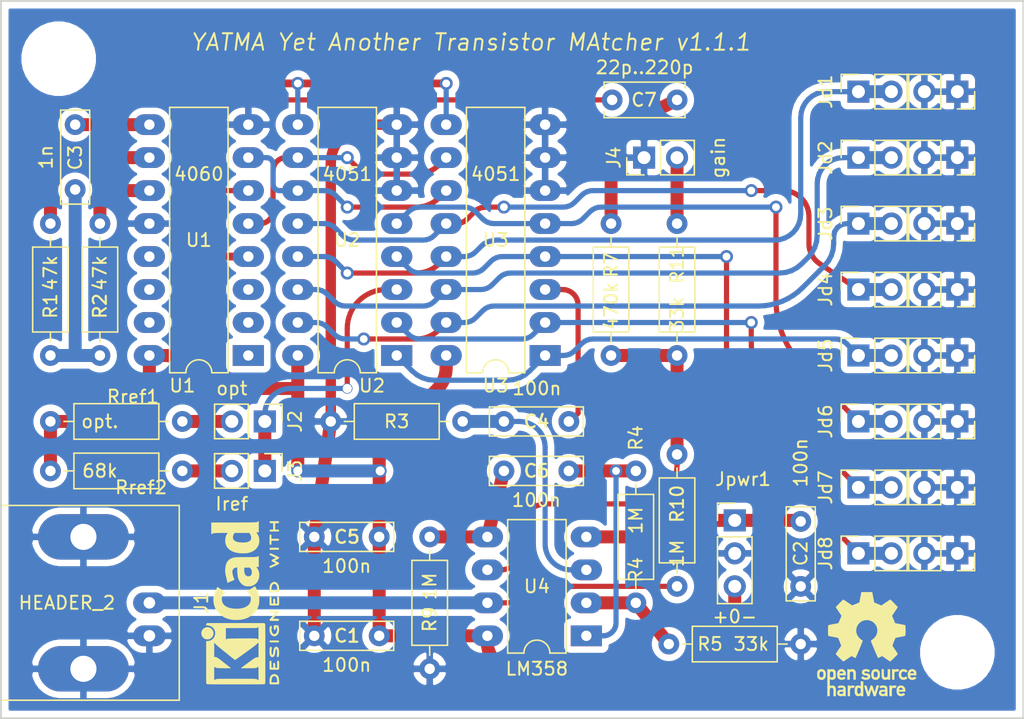
<source format=kicad_pcb>
(kicad_pcb (version 20171130) (host pcbnew 5.1.10)
  (layers (0 F.Cu signal hide) (31 B.Cu signal hide) (34 B.Paste user hide) (35 F.Paste user hide) (36 B.SilkS user hide) (37 F.SilkS user) (38 B.Mask user) (39 F.Mask user) (44 Edge.Cuts user))
  (net 0 "")
  (net 1 GND)
  (net 2 /+12V)
  (net 3 /-12V)
  (net 4 "Net-(C3-Pad2)")
  (net 5 "Net-(C3-Pad1)")
  (net 6 "Net-(C4-Pad1)")
  (net 7 "Net-(C4-Pad2)")
  (net 8 "Net-(C6-Pad2)")
  (net 9 "Net-(C6-Pad1)")
  (net 10 "Net-(C7-Pad1)")
  (net 11 /trigger)
  (net 12 "Net-(J1-Pad1)")
  (net 13 "Net-(J2-Pad1)")
  (net 14 "Net-(J2-Pad2)")
  (net 15 "Net-(J3-Pad2)")
  (net 16 "Net-(J4-Pad2)")
  (net 17 /dut1)
  (net 18 /dut2)
  (net 19 /dut3)
  (net 20 /dut4)
  (net 21 /dut5)
  (net 22 /dut6)
  (net 23 /dut7)
  (net 24 /dut8)
  (net 25 "Net-(R1-Pad1)")
  (net 26 "Net-(R2-Pad1)")
  (net 27 "Net-(R4-Pad2)")
  (net 28 /a1)
  (net 29 "Net-(R10-Pad2)")
  (net 30 /a2)
  (net 31 "Net-(U1-Pad15)")
  (net 32 /a0)
  (net 33 "Net-(U1-Pad14)")
  (net 34 "Net-(U1-Pad13)")
  (net 35 "Net-(U1-Pad3)")
  (net 36 "Net-(U1-Pad2)")
  (net 37 "Net-(U1-Pad1)")
  (module Connector_PinHeader_2.54mm:PinHeader_1x02_P2.54mm_Vertical (layer F.Cu) (at 227.33 71.12 90)
    (fp_text reference J4 (at 0 -2.33 90) (layer F.SilkS))
    (fp_text value gain (at 0 5.715 90) (layer F.SilkS))
    (pad 2 thru_hole oval (at 0 2.54 90) (size 1.7 1.7) (drill 1) (layers *.Cu *.Mask) (net 16 "Net-(J4-Pad2)"))
    (pad 1 thru_hole rect (at 0 0 90) (size 1.7 1.7) (drill 1) (layers *.Cu *.Mask) (net 1 GND))
  )
  (module MountingHole:MountingHole_3.2mm_M3 (layer F.Cu) (at 182.245 63.5)
    (fp_text reference REF** hide)
    (fp_text value MountingHole_3.2mm_M3 hide)
    (pad 1 np_thru_hole circle (at 0 0) (size 3.2 3.2) (drill 3.2) (layers *.Cu *.Mask))
  )
  (module MountingHole:MountingHole_3.2mm_M3 (layer F.Cu) (at 251.46 109.22)
    (fp_text reference REF** hide)
    (fp_text value MountingHole_3.2mm_M3)
    (pad 1 np_thru_hole circle (at 0 0) (size 3.2 3.2) (drill 3.2) (layers *.Cu *.Mask))
  )
  (module Symbol:OSHW-Logo_7.5x8mm_SilkScreen (layer F.Cu) (at 244.475 108.585)
    (fp_text reference REF** hide)
    (fp_text value OSHW-Logo_7.5x8mm_SilkScreen hide)
  )
  (module Symbol:KiCad-Logo2_5mm_SilkScreen (layer F.Cu) (at 196.215 105.41 90)
    (fp_text reference REF** hide)
    (fp_text value KiCad-Logo2_5mm_SilkScreen hide)
  )
  (module Resistor_THT:R_Axial_DIN0207_L6.3mm_D2.5mm_P10.16mm_Horizontal (layer F.Cu) (at 181.61 76.2 270)
    (fp_text reference R1 (at 6.35 0 90) (layer F.SilkS))
    (fp_text value 47k (at 3.81 0 90) (layer F.SilkS))
    (pad 1 thru_hole circle (at 0 0 270) (size 1.6 1.6) (drill 0.8) (layers *.Cu *.Mask) (net 25 "Net-(R1-Pad1)"))
    (pad 2 thru_hole oval (at 10.16 0 270) (size 1.6 1.6) (drill 0.8) (layers *.Cu *.Mask) (net 4 "Net-(C3-Pad2)"))
  )
  (module Resistor_THT:R_Axial_DIN0207_L6.3mm_D2.5mm_P10.16mm_Horizontal (layer F.Cu) (at 185.42 76.2 270)
    (fp_text reference R2 (at 6.35 0 90) (layer F.SilkS))
    (fp_text value 47k (at 3.81 0 90) (layer F.SilkS))
    (fp_text user %R (at 6.35 0 90) (layer F.SilkS))
    (pad 1 thru_hole circle (at 0 0 270) (size 1.6 1.6) (drill 0.8) (layers *.Cu *.Mask) (net 26 "Net-(R2-Pad1)"))
    (pad 2 thru_hole oval (at 10.16 0 270) (size 1.6 1.6) (drill 0.8) (layers *.Cu *.Mask) (net 4 "Net-(C3-Pad2)"))
  )
  (module Resistor_THT:R_Axial_DIN0207_L6.3mm_D2.5mm_P10.16mm_Horizontal (layer F.Cu) (at 224.79 86.36 90)
    (fp_text reference R7 (at 6.985 0 90) (layer F.SilkS))
    (fp_text value 470k (at 3.81 0 90) (layer F.SilkS))
    (pad 1 thru_hole circle (at 0 0 90) (size 1.6 1.6) (drill 0.8) (layers *.Cu *.Mask) (net 29 "Net-(R10-Pad2)"))
    (pad 2 thru_hole oval (at 10.16 0 90) (size 1.6 1.6) (drill 0.8) (layers *.Cu *.Mask) (net 10 "Net-(C7-Pad1)"))
  )
  (module Resistor_THT:R_Axial_DIN0207_L6.3mm_D2.5mm_P10.16mm_Horizontal (layer F.Cu) (at 210.82 100.33 270)
    (fp_text reference R9 (at 6.35 0 90) (layer F.SilkS))
    (fp_text value 1M (at 3.81 0 90) (layer F.SilkS))
    (fp_text user %R (at 6.35 0 90) (layer F.SilkS))
    (pad 1 thru_hole circle (at 0 0 270) (size 1.6 1.6) (drill 0.8) (layers *.Cu *.Mask) (net 9 "Net-(C6-Pad1)"))
    (pad 2 thru_hole oval (at 10.16 0 270) (size 1.6 1.6) (drill 0.8) (layers *.Cu *.Mask) (net 1 GND))
  )
  (module Resistor_THT:R_Axial_DIN0207_L6.3mm_D2.5mm_P10.16mm_Horizontal (layer F.Cu) (at 229.87 104.14 90)
    (fp_text reference R10 (at 6.35 0 90) (layer F.SilkS))
    (fp_text value 1M (at 2.54 0 90) (layer F.SilkS))
    (fp_text user %R (at 6.35 0 90) (layer F.SilkS))
    (pad 1 thru_hole circle (at 0 0 90) (size 1.6 1.6) (drill 0.8) (layers *.Cu *.Mask) (net 12 "Net-(J1-Pad1)"))
    (pad 2 thru_hole oval (at 10.16 0 90) (size 1.6 1.6) (drill 0.8) (layers *.Cu *.Mask) (net 29 "Net-(R10-Pad2)"))
  )
  (module Resistor_THT:R_Axial_DIN0207_L6.3mm_D2.5mm_P10.16mm_Horizontal (layer F.Cu) (at 229.87 86.36 90)
    (fp_text reference R11 (at 6.985 0 90) (layer F.SilkS))
    (fp_text value 33k (at 3.175 0 90) (layer F.SilkS))
    (pad 1 thru_hole circle (at 0 0 90) (size 1.6 1.6) (drill 0.8) (layers *.Cu *.Mask) (net 29 "Net-(R10-Pad2)"))
    (pad 2 thru_hole oval (at 10.16 0 90) (size 1.6 1.6) (drill 0.8) (layers *.Cu *.Mask) (net 16 "Net-(J4-Pad2)"))
  )
  (module Resistor_THT:R_Axial_DIN0207_L6.3mm_D2.5mm_P10.16mm_Horizontal (layer F.Cu) (at 229.235 108.585)
    (fp_text reference R5 (at 3.175 0) (layer F.SilkS))
    (fp_text value 33k (at 6.35 0) (layer F.SilkS))
    (pad 1 thru_hole circle (at 0 0) (size 1.6 1.6) (drill 0.8) (layers *.Cu *.Mask) (net 27 "Net-(R4-Pad2)"))
    (pad 2 thru_hole oval (at 10.16 0) (size 1.6 1.6) (drill 0.8) (layers *.Cu *.Mask) (net 1 GND))
  )
  (module Resistor_THT:R_Axial_DIN0207_L6.3mm_D2.5mm_P10.16mm_Horizontal (layer F.Cu) (at 213.36 91.44 180)
    (fp_text reference R3 (at 5.08 0) (layer F.SilkS))
    (fp_text value 1M)
    (pad 1 thru_hole circle (at 0 0 180) (size 1.6 1.6) (drill 0.8) (layers *.Cu *.Mask) (net 6 "Net-(C4-Pad1)"))
    (pad 2 thru_hole oval (at 10.16 0 180) (size 1.6 1.6) (drill 0.8) (layers *.Cu *.Mask) (net 1 GND))
  )
  (module Resistor_THT:R_Axial_DIN0207_L6.3mm_D2.5mm_P10.16mm_Horizontal (layer F.Cu) (at 226.695 95.25 270)
    (fp_text reference R4 (at -2.54 0 90) (layer F.SilkS))
    (fp_text value 1M (at 3.81 0 90) (layer F.SilkS))
    (fp_text user %R (at 7.62 0 90) (layer F.SilkS))
    (pad 1 thru_hole circle (at 0 0 270) (size 1.6 1.6) (drill 0.8) (layers *.Cu *.Mask) (net 8 "Net-(C6-Pad2)"))
    (pad 2 thru_hole oval (at 10.16 0 270) (size 1.6 1.6) (drill 0.8) (layers *.Cu *.Mask) (net 27 "Net-(R4-Pad2)"))
  )
  (module Resistor_THT:R_Axial_DIN0207_L6.3mm_D2.5mm_P10.16mm_Horizontal (layer F.Cu) (at 181.61 95.25)
    (fp_text reference Rref2 (at 6.985 1.27) (layer F.SilkS))
    (fp_text value 68k (at 3.81 0) (layer F.SilkS))
    (pad 1 thru_hole circle (at 0 0) (size 1.6 1.6) (drill 0.8) (layers *.Cu *.Mask) (net 2 /+12V))
    (pad 2 thru_hole oval (at 10.16 0) (size 1.6 1.6) (drill 0.8) (layers *.Cu *.Mask) (net 15 "Net-(J3-Pad2)"))
  )
  (module Resistor_THT:R_Axial_DIN0207_L6.3mm_D2.5mm_P10.16mm_Horizontal (layer F.Cu) (at 181.61 91.44)
    (fp_text reference Rref1 (at 6.35 -1.905) (layer F.SilkS))
    (fp_text value opt. (at 3.81 0) (layer F.SilkS))
    (pad 1 thru_hole circle (at 0 0) (size 1.6 1.6) (drill 0.8) (layers *.Cu *.Mask) (net 2 /+12V))
    (pad 2 thru_hole oval (at 10.16 0) (size 1.6 1.6) (drill 0.8) (layers *.Cu *.Mask) (net 14 "Net-(J2-Pad2)"))
  )
  (module Capacitor_THT:C_Rect_L7.0mm_W2.0mm_P5.00mm (layer F.Cu) (at 201.93 107.95)
    (fp_text reference C1 (at 2.54 0) (layer F.SilkS))
    (fp_text value 100n (at 2.5 2.25) (layer F.SilkS))
    (fp_text user %R (at 2.5 0) (layer F.SilkS))
    (pad 2 thru_hole circle (at 5 0) (size 1.6 1.6) (drill 0.8) (layers *.Cu *.Mask) (net 2 /+12V))
    (pad 1 thru_hole circle (at 0 0) (size 1.6 1.6) (drill 0.8) (layers *.Cu *.Mask) (net 1 GND))
  )
  (module Capacitor_THT:C_Rect_L7.0mm_W2.0mm_P5.00mm (layer F.Cu) (at 239.395 104.14 90)
    (fp_text reference C2 (at 2.54 0 90) (layer F.SilkS))
    (fp_text value 100n (at 9.525 0 90) (layer F.SilkS))
    (pad 2 thru_hole circle (at 5 0 90) (size 1.6 1.6) (drill 0.8) (layers *.Cu *.Mask) (net 3 /-12V))
    (pad 1 thru_hole circle (at 0 0 90) (size 1.6 1.6) (drill 0.8) (layers *.Cu *.Mask) (net 1 GND))
  )
  (module Capacitor_THT:C_Rect_L7.0mm_W2.0mm_P5.00mm (layer F.Cu) (at 183.515 68.58 270)
    (fp_text reference C3 (at 2.54 0 90) (layer F.SilkS))
    (fp_text value 1n (at 2.5 2.25 90) (layer F.SilkS))
    (pad 1 thru_hole circle (at 0 0 270) (size 1.6 1.6) (drill 0.8) (layers *.Cu *.Mask) (net 5 "Net-(C3-Pad1)"))
    (pad 2 thru_hole circle (at 5 0 270) (size 1.6 1.6) (drill 0.8) (layers *.Cu *.Mask) (net 4 "Net-(C3-Pad2)"))
  )
  (module Capacitor_THT:C_Rect_L7.0mm_W2.0mm_P5.00mm (layer F.Cu) (at 216.535 91.44)
    (fp_text reference C4 (at 2.54 0) (layer F.SilkS))
    (fp_text value 100n (at 2.54 -2.54) (layer F.SilkS))
    (fp_text user %R (at 2.5 0) (layer F.SilkS))
    (pad 2 thru_hole circle (at 5 0) (size 1.6 1.6) (drill 0.8) (layers *.Cu *.Mask) (net 7 "Net-(C4-Pad2)"))
    (pad 1 thru_hole circle (at 0 0) (size 1.6 1.6) (drill 0.8) (layers *.Cu *.Mask) (net 6 "Net-(C4-Pad1)"))
  )
  (module Capacitor_THT:C_Rect_L7.0mm_W2.0mm_P5.00mm (layer F.Cu) (at 201.93 100.33)
    (fp_text reference C5 (at 2.54 0) (layer F.SilkS))
    (fp_text value 100n (at 2.5 2.25) (layer F.SilkS))
    (fp_text user %R (at 2.5 0) (layer F.SilkS))
    (pad 1 thru_hole circle (at 0 0) (size 1.6 1.6) (drill 0.8) (layers *.Cu *.Mask) (net 1 GND))
    (pad 2 thru_hole circle (at 5 0) (size 1.6 1.6) (drill 0.8) (layers *.Cu *.Mask) (net 2 /+12V))
  )
  (module Capacitor_THT:C_Rect_L7.0mm_W2.0mm_P5.00mm (layer F.Cu) (at 216.535 95.25)
    (fp_text reference C6 (at 2.54 0) (layer F.SilkS))
    (fp_text value 100n (at 2.5 2.25) (layer F.SilkS))
    (fp_text user %R (at 2.5 0) (layer F.SilkS))
    (pad 1 thru_hole circle (at 0 0) (size 1.6 1.6) (drill 0.8) (layers *.Cu *.Mask) (net 9 "Net-(C6-Pad1)"))
    (pad 2 thru_hole circle (at 5 0) (size 1.6 1.6) (drill 0.8) (layers *.Cu *.Mask) (net 8 "Net-(C6-Pad2)"))
  )
  (module Capacitor_THT:C_Disc_D6.0mm_W2.5mm_P5.00mm (layer F.Cu) (at 229.87 66.675 180)
    (fp_text reference C7 (at 2.54 0) (layer F.SilkS))
    (fp_text value 22p..220p (at 2.5 2.5) (layer F.SilkS))
    (fp_text user %R (at 2.54 0) (layer F.SilkS))
    (pad 2 thru_hole circle (at 5 0 180) (size 1.6 1.6) (drill 0.8) (layers *.Cu *.Mask) (net 11 /trigger))
    (pad 1 thru_hole circle (at 0 0 180) (size 1.6 1.6) (drill 0.8) (layers *.Cu *.Mask) (net 10 "Net-(C7-Pad1)"))
  )
  (module Connector_Coaxial:BNC_Amphenol_B6252HB-NPP3G-50_Horizontal (layer F.Cu) (at 189.23 105.41 90)
    (fp_text reference J1 (at 0 4 90) (layer F.SilkS))
    (fp_text value HEADER_2 (at 0 -6.35) (layer F.SilkS))
    (pad 2 thru_hole oval (at -2.54 0 90) (size 1.6 2.5) (drill 0.89) (layers *.Cu *.Mask) (net 1 GND))
    (pad 1 thru_hole oval (at 0 0 90) (size 1.6 2.5) (drill 0.89) (layers *.Cu *.Mask) (net 12 "Net-(J1-Pad1)"))
    (pad 2 thru_hole oval (at 5.08 -5.08 90) (size 3.5 7) (drill 2.01) (layers *.Cu *.Mask) (net 1 GND))
    (pad 2 thru_hole oval (at -5.08 -5.08 90) (size 3.5 7) (drill 2.01) (layers *.Cu *.Mask) (net 1 GND))
  )
  (module Connector_PinHeader_2.54mm:PinHeader_1x02_P2.54mm_Vertical (layer F.Cu) (at 198.12 91.44 270)
    (fp_text reference J2 (at 0 -2.33 90) (layer F.SilkS))
    (fp_text value opt (at -2.54 2.54 180) (layer F.SilkS))
    (pad 2 thru_hole oval (at 0 2.54 270) (size 1.7 1.7) (drill 1) (layers *.Cu *.Mask) (net 14 "Net-(J2-Pad2)"))
    (pad 1 thru_hole rect (at 0 0 270) (size 1.7 1.7) (drill 1) (layers *.Cu *.Mask) (net 13 "Net-(J2-Pad1)"))
  )
  (module Connector_PinHeader_2.54mm:PinHeader_1x02_P2.54mm_Vertical (layer F.Cu) (at 198.12 95.25 270)
    (fp_text reference J3 (at 0 -2.33 90) (layer F.SilkS))
    (fp_text value Iref (at 2.54 2.54 180) (layer F.SilkS))
    (pad 1 thru_hole rect (at 0 0 270) (size 1.7 1.7) (drill 1) (layers *.Cu *.Mask) (net 13 "Net-(J2-Pad1)"))
    (pad 2 thru_hole oval (at 0 2.54 270) (size 1.7 1.7) (drill 1) (layers *.Cu *.Mask) (net 15 "Net-(J3-Pad2)"))
  )
  (module Connector_PinSocket_2.54mm:PinSocket_1x02_P2.54mm_Vertical (layer F.Cu) (at 243.84 66.04 90)
    (fp_text reference Jd1 (at 0 -2.54 90) (layer F.SilkS))
    (fp_text value dut)
    (pad 2 thru_hole oval (at 0 2.54 90) (size 1.7 1.7) (drill 1) (layers *.Cu *.Mask) (net 17 /dut1))
    (pad 1 thru_hole rect (at 0 0 90) (size 1.7 1.7) (drill 1) (layers *.Cu *.Mask) (net 17 /dut1))
  )
  (module Connector_PinSocket_2.54mm:PinSocket_1x02_P2.54mm_Vertical (layer F.Cu) (at 243.84 71.12 90)
    (fp_text reference Jd2 (at 0 -2.54 90) (layer F.SilkS))
    (fp_text value dut)
    (pad 2 thru_hole oval (at 0 2.54 90) (size 1.7 1.7) (drill 1) (layers *.Cu *.Mask) (net 18 /dut2))
    (pad 1 thru_hole rect (at 0 0 90) (size 1.7 1.7) (drill 1) (layers *.Cu *.Mask) (net 18 /dut2))
  )
  (module Connector_PinSocket_2.54mm:PinSocket_1x02_P2.54mm_Vertical (layer F.Cu) (at 243.84 76.2 90)
    (fp_text reference Jd3 (at 0 -2.54 90) (layer F.SilkS))
    (fp_text value dut)
    (pad 1 thru_hole rect (at 0 0 90) (size 1.7 1.7) (drill 1) (layers *.Cu *.Mask) (net 19 /dut3))
    (pad 2 thru_hole oval (at 0 2.54 90) (size 1.7 1.7) (drill 1) (layers *.Cu *.Mask) (net 19 /dut3))
  )
  (module Connector_PinSocket_2.54mm:PinSocket_1x02_P2.54mm_Vertical (layer F.Cu) (at 243.84 81.28 90)
    (fp_text reference Jd4 (at 0 -2.54 90) (layer F.SilkS))
    (fp_text value dut)
    (pad 1 thru_hole rect (at 0 0 90) (size 1.7 1.7) (drill 1) (layers *.Cu *.Mask) (net 20 /dut4))
    (pad 2 thru_hole oval (at 0 2.54 90) (size 1.7 1.7) (drill 1) (layers *.Cu *.Mask) (net 20 /dut4))
  )
  (module Connector_PinSocket_2.54mm:PinSocket_1x02_P2.54mm_Vertical (layer F.Cu) (at 243.84 86.36 90)
    (fp_text reference Jd5 (at 0 -2.54 90) (layer F.SilkS))
    (fp_text value dut)
    (pad 1 thru_hole rect (at 0 0 90) (size 1.7 1.7) (drill 1) (layers *.Cu *.Mask) (net 21 /dut5))
    (pad 2 thru_hole oval (at 0 2.54 90) (size 1.7 1.7) (drill 1) (layers *.Cu *.Mask) (net 21 /dut5))
  )
  (module Connector_PinSocket_2.54mm:PinSocket_1x02_P2.54mm_Vertical (layer F.Cu) (at 243.84 91.44 90)
    (fp_text reference Jd6 (at 0 -2.54 90) (layer F.SilkS))
    (fp_text value dut)
    (pad 1 thru_hole rect (at 0 0 90) (size 1.7 1.7) (drill 1) (layers *.Cu *.Mask) (net 22 /dut6))
    (pad 2 thru_hole oval (at 0 2.54 90) (size 1.7 1.7) (drill 1) (layers *.Cu *.Mask) (net 22 /dut6))
  )
  (module Connector_PinSocket_2.54mm:PinSocket_1x02_P2.54mm_Vertical (layer F.Cu) (at 243.84 96.52 90)
    (fp_text reference Jd7 (at 0 -2.54 90) (layer F.SilkS))
    (fp_text value dut)
    (pad 1 thru_hole rect (at 0 0 90) (size 1.7 1.7) (drill 1) (layers *.Cu *.Mask) (net 23 /dut7))
    (pad 2 thru_hole oval (at 0 2.54 90) (size 1.7 1.7) (drill 1) (layers *.Cu *.Mask) (net 23 /dut7))
  )
  (module Connector_PinSocket_2.54mm:PinSocket_1x02_P2.54mm_Vertical (layer F.Cu) (at 243.84 101.6 90)
    (fp_text reference Jd8 (at 0 -2.54 90) (layer F.SilkS))
    (fp_text value dut)
    (pad 1 thru_hole rect (at 0 0 90) (size 1.7 1.7) (drill 1) (layers *.Cu *.Mask) (net 24 /dut8))
    (pad 2 thru_hole oval (at 0 2.54 90) (size 1.7 1.7) (drill 1) (layers *.Cu *.Mask) (net 24 /dut8))
  )
  (module Connector_PinSocket_2.54mm:PinSocket_1x02_P2.54mm_Vertical (layer F.Cu) (at 251.46 66.04 270)
    (fp_text reference Jg1 hide)
    (fp_text value dut)
    (pad 2 thru_hole oval (at 0 2.54 270) (size 1.7 1.7) (drill 1) (layers *.Cu *.Mask) (net 1 GND))
    (pad 1 thru_hole rect (at 0 0 270) (size 1.7 1.7) (drill 1) (layers *.Cu *.Mask) (net 1 GND))
  )
  (module Connector_PinSocket_2.54mm:PinSocket_1x02_P2.54mm_Vertical (layer F.Cu) (at 251.46 71.12 270)
    (fp_text reference Jg2 hide)
    (fp_text value dut)
    (pad 1 thru_hole rect (at 0 0 270) (size 1.7 1.7) (drill 1) (layers *.Cu *.Mask) (net 1 GND))
    (pad 2 thru_hole oval (at 0 2.54 270) (size 1.7 1.7) (drill 1) (layers *.Cu *.Mask) (net 1 GND))
  )
  (module Connector_PinSocket_2.54mm:PinSocket_1x02_P2.54mm_Vertical (layer F.Cu) (at 251.46 76.2 270)
    (fp_text reference Jg3 hide)
    (fp_text value dut)
    (pad 1 thru_hole rect (at 0 0 270) (size 1.7 1.7) (drill 1) (layers *.Cu *.Mask) (net 1 GND))
    (pad 2 thru_hole oval (at 0 2.54 270) (size 1.7 1.7) (drill 1) (layers *.Cu *.Mask) (net 1 GND))
  )
  (module Connector_PinSocket_2.54mm:PinSocket_1x02_P2.54mm_Vertical (layer F.Cu) (at 251.46 81.28 270)
    (fp_text reference Jg4 hide)
    (fp_text value dut)
    (pad 2 thru_hole oval (at 0 2.54 270) (size 1.7 1.7) (drill 1) (layers *.Cu *.Mask) (net 1 GND))
    (pad 1 thru_hole rect (at 0 0 270) (size 1.7 1.7) (drill 1) (layers *.Cu *.Mask) (net 1 GND))
  )
  (module Connector_PinSocket_2.54mm:PinSocket_1x02_P2.54mm_Vertical (layer F.Cu) (at 251.46 86.36 270)
    (fp_text reference Jg5 hide)
    (fp_text value dut)
    (pad 2 thru_hole oval (at 0 2.54 270) (size 1.7 1.7) (drill 1) (layers *.Cu *.Mask) (net 1 GND))
    (pad 1 thru_hole rect (at 0 0 270) (size 1.7 1.7) (drill 1) (layers *.Cu *.Mask) (net 1 GND))
  )
  (module Connector_PinSocket_2.54mm:PinSocket_1x02_P2.54mm_Vertical (layer F.Cu) (at 251.46 91.44 270)
    (fp_text reference Jg6 hide)
    (fp_text value dut)
    (pad 2 thru_hole oval (at 0 2.54 270) (size 1.7 1.7) (drill 1) (layers *.Cu *.Mask) (net 1 GND))
    (pad 1 thru_hole rect (at 0 0 270) (size 1.7 1.7) (drill 1) (layers *.Cu *.Mask) (net 1 GND))
  )
  (module Connector_PinSocket_2.54mm:PinSocket_1x02_P2.54mm_Vertical (layer F.Cu) (at 251.46 96.52 270)
    (fp_text reference Jg7 hide)
    (fp_text value dut)
    (pad 2 thru_hole oval (at 0 2.54 270) (size 1.7 1.7) (drill 1) (layers *.Cu *.Mask) (net 1 GND))
    (pad 1 thru_hole rect (at 0 0 270) (size 1.7 1.7) (drill 1) (layers *.Cu *.Mask) (net 1 GND))
  )
  (module Connector_PinSocket_2.54mm:PinSocket_1x02_P2.54mm_Vertical (layer F.Cu) (at 251.46 101.6 270)
    (fp_text reference Jg8 hide)
    (fp_text value dut)
    (pad 2 thru_hole oval (at 0 2.54 270) (size 1.7 1.7) (drill 1) (layers *.Cu *.Mask) (net 1 GND))
    (pad 1 thru_hole rect (at 0 0 270) (size 1.7 1.7) (drill 1) (layers *.Cu *.Mask) (net 1 GND))
  )
  (module Connector_PinHeader_2.54mm:PinHeader_1x03_P2.54mm_Vertical (layer F.Cu) (at 234.315 99.06)
    (fp_text reference Jpwr1 (at 0.635 -3.175) (layer F.SilkS))
    (fp_text value +0- (at 0 7.41) (layer F.SilkS))
    (pad 3 thru_hole oval (at 0 5.08) (size 1.7 1.7) (drill 1) (layers *.Cu *.Mask) (net 2 /+12V))
    (pad 2 thru_hole oval (at 0 2.54) (size 1.7 1.7) (drill 1) (layers *.Cu *.Mask) (net 1 GND))
    (pad 1 thru_hole rect (at 0 0) (size 1.7 1.7) (drill 1) (layers *.Cu *.Mask) (net 3 /-12V))
  )
  (module Package_DIP:DIP-16_W7.62mm_LongPads (layer F.Cu) (at 196.85 86.36 180)
    (fp_text reference U1 (at 5.08 -2.33) (layer F.SilkS))
    (fp_text value 4060 (at 3.81 13.97) (layer F.SilkS))
    (fp_text user %R (at 3.81 8.89) (layer F.SilkS))
    (pad 1 thru_hole rect (at 0 0 180) (size 2.4 1.6) (drill 0.8) (layers *.Cu *.Mask) (net 37 "Net-(U1-Pad1)"))
    (pad 9 thru_hole oval (at 7.62 17.78 180) (size 2.4 1.6) (drill 0.8) (layers *.Cu *.Mask) (net 5 "Net-(C3-Pad1)"))
    (pad 2 thru_hole oval (at 0 2.54 180) (size 2.4 1.6) (drill 0.8) (layers *.Cu *.Mask) (net 36 "Net-(U1-Pad2)"))
    (pad 10 thru_hole oval (at 7.62 15.24 180) (size 2.4 1.6) (drill 0.8) (layers *.Cu *.Mask) (net 25 "Net-(R1-Pad1)"))
    (pad 3 thru_hole oval (at 0 5.08 180) (size 2.4 1.6) (drill 0.8) (layers *.Cu *.Mask) (net 35 "Net-(U1-Pad3)"))
    (pad 11 thru_hole oval (at 7.62 12.7 180) (size 2.4 1.6) (drill 0.8) (layers *.Cu *.Mask) (net 26 "Net-(R2-Pad1)"))
    (pad 4 thru_hole oval (at 0 7.62 180) (size 2.4 1.6) (drill 0.8) (layers *.Cu *.Mask) (net 30 /a2))
    (pad 12 thru_hole oval (at 7.62 10.16 180) (size 2.4 1.6) (drill 0.8) (layers *.Cu *.Mask) (net 1 GND))
    (pad 5 thru_hole oval (at 0 10.16 180) (size 2.4 1.6) (drill 0.8) (layers *.Cu *.Mask) (net 28 /a1))
    (pad 13 thru_hole oval (at 7.62 7.62 180) (size 2.4 1.6) (drill 0.8) (layers *.Cu *.Mask) (net 34 "Net-(U1-Pad13)"))
    (pad 6 thru_hole oval (at 0 12.7 180) (size 2.4 1.6) (drill 0.8) (layers *.Cu *.Mask) (net 11 /trigger))
    (pad 14 thru_hole oval (at 7.62 5.08 180) (size 2.4 1.6) (drill 0.8) (layers *.Cu *.Mask) (net 33 "Net-(U1-Pad14)"))
    (pad 7 thru_hole oval (at 0 15.24 180) (size 2.4 1.6) (drill 0.8) (layers *.Cu *.Mask) (net 32 /a0))
    (pad 15 thru_hole oval (at 7.62 2.54 180) (size 2.4 1.6) (drill 0.8) (layers *.Cu *.Mask) (net 31 "Net-(U1-Pad15)"))
    (pad 8 thru_hole oval (at 0 17.78 180) (size 2.4 1.6) (drill 0.8) (layers *.Cu *.Mask) (net 1 GND))
    (pad 16 thru_hole oval (at 7.62 0 180) (size 2.4 1.6) (drill 0.8) (layers *.Cu *.Mask) (net 2 /+12V))
  )
  (module Package_DIP:DIP-16_W7.62mm_LongPads (layer F.Cu) (at 208.28 86.36 180)
    (fp_text reference U2 (at 1.905 -2.33) (layer F.SilkS))
    (fp_text value 4051 (at 3.81 13.97) (layer F.SilkS))
    (fp_text user %R (at 3.81 8.89) (layer F.SilkS))
    (pad 16 thru_hole oval (at 7.62 0 180) (size 2.4 1.6) (drill 0.8) (layers *.Cu *.Mask) (net 2 /+12V))
    (pad 8 thru_hole oval (at 0 17.78 180) (size 2.4 1.6) (drill 0.8) (layers *.Cu *.Mask) (net 1 GND))
    (pad 15 thru_hole oval (at 7.62 2.54 180) (size 2.4 1.6) (drill 0.8) (layers *.Cu *.Mask) (net 19 /dut3))
    (pad 7 thru_hole oval (at 0 15.24 180) (size 2.4 1.6) (drill 0.8) (layers *.Cu *.Mask) (net 1 GND))
    (pad 14 thru_hole oval (at 7.62 5.08 180) (size 2.4 1.6) (drill 0.8) (layers *.Cu *.Mask) (net 18 /dut2))
    (pad 6 thru_hole oval (at 0 12.7 180) (size 2.4 1.6) (drill 0.8) (layers *.Cu *.Mask) (net 1 GND))
    (pad 13 thru_hole oval (at 7.62 7.62 180) (size 2.4 1.6) (drill 0.8) (layers *.Cu *.Mask) (net 17 /dut1))
    (pad 5 thru_hole oval (at 0 10.16 180) (size 2.4 1.6) (drill 0.8) (layers *.Cu *.Mask) (net 22 /dut6))
    (pad 12 thru_hole oval (at 7.62 10.16 180) (size 2.4 1.6) (drill 0.8) (layers *.Cu *.Mask) (net 20 /dut4))
    (pad 4 thru_hole oval (at 0 7.62 180) (size 2.4 1.6) (drill 0.8) (layers *.Cu *.Mask) (net 24 /dut8))
    (pad 11 thru_hole oval (at 7.62 12.7 180) (size 2.4 1.6) (drill 0.8) (layers *.Cu *.Mask) (net 32 /a0))
    (pad 3 thru_hole oval (at 0 5.08 180) (size 2.4 1.6) (drill 0.8) (layers *.Cu *.Mask) (net 13 "Net-(J2-Pad1)"))
    (pad 10 thru_hole oval (at 7.62 15.24 180) (size 2.4 1.6) (drill 0.8) (layers *.Cu *.Mask) (net 28 /a1))
    (pad 2 thru_hole oval (at 0 2.54 180) (size 2.4 1.6) (drill 0.8) (layers *.Cu *.Mask) (net 23 /dut7))
    (pad 9 thru_hole oval (at 7.62 17.78 180) (size 2.4 1.6) (drill 0.8) (layers *.Cu *.Mask) (net 30 /a2))
    (pad 1 thru_hole rect (at 0 0 180) (size 2.4 1.6) (drill 0.8) (layers *.Cu *.Mask) (net 21 /dut5))
  )
  (module Package_DIP:DIP-16_W7.62mm_LongPads (layer F.Cu) (at 219.71 86.36 180)
    (fp_text reference U3 (at 3.81 -2.33) (layer F.SilkS))
    (fp_text value 4051 (at 3.81 13.97) (layer F.SilkS))
    (fp_text user %R (at 3.81 8.89) (layer F.SilkS))
    (pad 16 thru_hole oval (at 7.62 0 180) (size 2.4 1.6) (drill 0.8) (layers *.Cu *.Mask) (net 2 /+12V))
    (pad 8 thru_hole oval (at 0 17.78 180) (size 2.4 1.6) (drill 0.8) (layers *.Cu *.Mask) (net 1 GND))
    (pad 15 thru_hole oval (at 7.62 2.54 180) (size 2.4 1.6) (drill 0.8) (layers *.Cu *.Mask) (net 19 /dut3))
    (pad 7 thru_hole oval (at 0 15.24 180) (size 2.4 1.6) (drill 0.8) (layers *.Cu *.Mask) (net 1 GND))
    (pad 14 thru_hole oval (at 7.62 5.08 180) (size 2.4 1.6) (drill 0.8) (layers *.Cu *.Mask) (net 18 /dut2))
    (pad 6 thru_hole oval (at 0 12.7 180) (size 2.4 1.6) (drill 0.8) (layers *.Cu *.Mask) (net 1 GND))
    (pad 13 thru_hole oval (at 7.62 7.62 180) (size 2.4 1.6) (drill 0.8) (layers *.Cu *.Mask) (net 17 /dut1))
    (pad 5 thru_hole oval (at 0 10.16 180) (size 2.4 1.6) (drill 0.8) (layers *.Cu *.Mask) (net 22 /dut6))
    (pad 12 thru_hole oval (at 7.62 10.16 180) (size 2.4 1.6) (drill 0.8) (layers *.Cu *.Mask) (net 20 /dut4))
    (pad 4 thru_hole oval (at 0 7.62 180) (size 2.4 1.6) (drill 0.8) (layers *.Cu *.Mask) (net 24 /dut8))
    (pad 11 thru_hole oval (at 7.62 12.7 180) (size 2.4 1.6) (drill 0.8) (layers *.Cu *.Mask) (net 32 /a0))
    (pad 3 thru_hole oval (at 0 5.08 180) (size 2.4 1.6) (drill 0.8) (layers *.Cu *.Mask) (net 7 "Net-(C4-Pad2)"))
    (pad 10 thru_hole oval (at 7.62 15.24 180) (size 2.4 1.6) (drill 0.8) (layers *.Cu *.Mask) (net 28 /a1))
    (pad 2 thru_hole oval (at 0 2.54 180) (size 2.4 1.6) (drill 0.8) (layers *.Cu *.Mask) (net 23 /dut7))
    (pad 9 thru_hole oval (at 7.62 17.78 180) (size 2.4 1.6) (drill 0.8) (layers *.Cu *.Mask) (net 30 /a2))
    (pad 1 thru_hole rect (at 0 0 180) (size 2.4 1.6) (drill 0.8) (layers *.Cu *.Mask) (net 21 /dut5))
  )
  (module Package_DIP:DIP-8_W7.62mm_LongPads (layer F.Cu) (at 222.885 107.95 180)
    (fp_text reference U4 (at 3.81 3.81) (layer F.SilkS))
    (fp_text value LM358 (at 3.81 -2.54) (layer F.SilkS))
    (pad 8 thru_hole oval (at 7.62 0 180) (size 2.4 1.6) (drill 0.8) (layers *.Cu *.Mask) (net 2 /+12V))
    (pad 4 thru_hole oval (at 0 7.62 180) (size 2.4 1.6) (drill 0.8) (layers *.Cu *.Mask) (net 3 /-12V))
    (pad 7 thru_hole oval (at 7.62 2.54 180) (size 2.4 1.6) (drill 0.8) (layers *.Cu *.Mask) (net 12 "Net-(J1-Pad1)"))
    (pad 3 thru_hole oval (at 0 5.08 180) (size 2.4 1.6) (drill 0.8) (layers *.Cu *.Mask) (net 6 "Net-(C4-Pad1)"))
    (pad 6 thru_hole oval (at 7.62 5.08 180) (size 2.4 1.6) (drill 0.8) (layers *.Cu *.Mask) (net 29 "Net-(R10-Pad2)"))
    (pad 2 thru_hole oval (at 0 2.54 180) (size 2.4 1.6) (drill 0.8) (layers *.Cu *.Mask) (net 27 "Net-(R4-Pad2)"))
    (pad 5 thru_hole oval (at 7.62 7.62 180) (size 2.4 1.6) (drill 0.8) (layers *.Cu *.Mask) (net 9 "Net-(C6-Pad1)"))
    (pad 1 thru_hole rect (at 0 0 180) (size 2.4 1.6) (drill 0.8) (layers *.Cu *.Mask) (net 8 "Net-(C6-Pad2)"))
  )
  (gr_line (start 177.8 114.3) (end 177.8 59.055) (layer Edge.Cuts) (width 0.15))
  (gr_line (start 256.54 114.3) (end 177.8 114.3) (layer Edge.Cuts) (width 0.15))
  (gr_line (start 256.54 59.055) (end 256.54 114.3) (layer Edge.Cuts) (width 0.15))
  (gr_line (start 177.8 59.055) (end 256.54 59.055) (layer Edge.Cuts) (width 0.15))
  (gr_text "YATMA Yet Another Transistor MAtcher v1.1.1" (at 213.995 62.23) (layer F.SilkS) (effects (font (size 1.27 1.27) (thickness 0.1524) italic)))
  (segment (start 201.93 100.33) (end 201.93 105.41) (width 1) (layer F.Cu) (net 1))
  (segment (start 201.93 105.41) (end 201.93 107.95) (width 1) (layer F.Cu) (net 1))
  (segment (start 203.2 91.44) (end 203.2 85.09) (width 0.8) (layer F.Cu) (net 1))
  (segment (start 203.2 91.44) (end 201.93 100.33) (width 1) (layer F.Cu) (net 1))
  (segment (start 206.2 68.58) (end 208.28 68.58) (width 0.8) (layer F.Cu) (net 1))
  (segment (start 206.2 68.58) (end 205.905948 68.594445) (width 0.8) (layer F.Cu) (net 1))
  (segment (start 205.905948 68.594445) (end 205.614729 68.637644) (width 0.8) (layer F.Cu) (net 1))
  (segment (start 205.614729 68.637644) (end 205.329145 68.709178) (width 0.8) (layer F.Cu) (net 1))
  (segment (start 205.329145 68.709178) (end 205.051949 68.808361) (width 0.8) (layer F.Cu) (net 1))
  (segment (start 205.051949 68.808361) (end 204.785809 68.934236) (width 0.8) (layer F.Cu) (net 1))
  (segment (start 204.785809 68.934236) (end 204.533289 69.085591) (width 0.8) (layer F.Cu) (net 1))
  (segment (start 204.533289 69.085591) (end 204.29682 69.260968) (width 0.8) (layer F.Cu) (net 1))
  (segment (start 204.29682 69.260968) (end 204.078679 69.458679) (width 0.8) (layer F.Cu) (net 1))
  (segment (start 204.078679 69.458679) (end 203.880968 69.67682) (width 0.8) (layer F.Cu) (net 1))
  (segment (start 203.880968 69.67682) (end 203.705591 69.913289) (width 0.8) (layer F.Cu) (net 1))
  (segment (start 203.705591 69.913289) (end 203.554236 70.165809) (width 0.8) (layer F.Cu) (net 1))
  (segment (start 203.554236 70.165809) (end 203.428361 70.431949) (width 0.8) (layer F.Cu) (net 1))
  (segment (start 203.428361 70.431949) (end 203.329178 70.709145) (width 0.8) (layer F.Cu) (net 1))
  (segment (start 203.329178 70.709145) (end 203.257644 70.994729) (width 0.8) (layer F.Cu) (net 1))
  (segment (start 203.257644 70.994729) (end 203.214445 71.285948) (width 0.8) (layer F.Cu) (net 1))
  (segment (start 203.214445 71.285948) (end 203.2 71.58) (width 0.8) (layer F.Cu) (net 1))
  (segment (start 203.2 71.58) (end 203.2 85.09) (width 0.8) (layer F.Cu) (net 1))
  (segment (start 181.61 95.25) (end 181.61 91.44) (width 1) (layer F.Cu) (net 2))
  (segment (start 215.265 107.95) (end 207.01 107.95) (width 1) (layer F.Cu) (net 2))
  (segment (start 206.93 107.87) (end 206.93 105.41) (width 1) (layer F.Cu) (net 2))
  (segment (start 207.01 107.95) (end 206.93 107.87) (width 1) (layer F.Cu) (net 2))
  (segment (start 206.93 105.41) (end 206.93 100.33) (width 1) (layer F.Cu) (net 2))
  (via (at 200.66 95.25) (size 0.8) (drill 0.7) (layers F.Cu B.Cu) (net 2))
  (segment (start 200.66 95.25) (end 207.01 95.25) (width 1) (layer B.Cu) (net 2))
  (via (at 207.01 95.25) (size 0.8) (drill 0.7) (layers F.Cu B.Cu) (net 2))
  (segment (start 186.23 91.44) (end 181.61 91.44) (width 1) (layer F.Cu) (net 2))
  (segment (start 186.23 91.44) (end 186.524051 91.425554) (width 1) (layer F.Cu) (net 2))
  (segment (start 186.524051 91.425554) (end 186.81527 91.382355) (width 1) (layer F.Cu) (net 2))
  (segment (start 186.81527 91.382355) (end 187.100854 91.310821) (width 1) (layer F.Cu) (net 2))
  (segment (start 187.100854 91.310821) (end 187.37805 91.211638) (width 1) (layer F.Cu) (net 2))
  (segment (start 187.37805 91.211638) (end 187.64419 91.085763) (width 1) (layer F.Cu) (net 2))
  (segment (start 187.64419 91.085763) (end 187.89671 90.934408) (width 1) (layer F.Cu) (net 2))
  (segment (start 187.89671 90.934408) (end 188.133179 90.759031) (width 1) (layer F.Cu) (net 2))
  (segment (start 188.133179 90.759031) (end 188.35132 90.56132) (width 1) (layer F.Cu) (net 2))
  (segment (start 188.35132 90.56132) (end 188.549031 90.343179) (width 1) (layer F.Cu) (net 2))
  (segment (start 188.549031 90.343179) (end 188.724408 90.10671) (width 1) (layer F.Cu) (net 2))
  (segment (start 188.724408 90.10671) (end 188.875763 89.85419) (width 1) (layer F.Cu) (net 2))
  (segment (start 188.875763 89.85419) (end 189.001638 89.58805) (width 1) (layer F.Cu) (net 2))
  (segment (start 189.001638 89.58805) (end 189.100821 89.310854) (width 1) (layer F.Cu) (net 2))
  (segment (start 189.100821 89.310854) (end 189.172355 89.02527) (width 1) (layer F.Cu) (net 2))
  (segment (start 189.172355 89.02527) (end 189.215554 88.734051) (width 1) (layer F.Cu) (net 2))
  (segment (start 189.215554 88.734051) (end 189.23 88.44) (width 1) (layer F.Cu) (net 2))
  (segment (start 189.23 88.44) (end 189.23 86.36) (width 1) (layer F.Cu) (net 2))
  (segment (start 200.66 86.36) (end 200.66 95.25) (width 1) (layer F.Cu) (net 2))
  (segment (start 195.97 88.9) (end 200.66 88.9) (width 1) (layer F.Cu) (net 2))
  (segment (start 195.02802 88.807223) (end 195.261522 88.847739) (width 1) (layer F.Cu) (net 2))
  (segment (start 194.568381 88.692089) (end 194.796787 88.755298) (width 1) (layer F.Cu) (net 2))
  (segment (start 194.343351 88.617749) (end 194.568381 88.692089) (width 1) (layer F.Cu) (net 2))
  (segment (start 194.12224 88.532457) (end 194.343351 88.617749) (width 1) (layer F.Cu) (net 2))
  (segment (start 193.905581 88.436419) (end 194.12224 88.532457) (width 1) (layer F.Cu) (net 2))
  (segment (start 193.693894 88.329865) (end 193.905581 88.436419) (width 1) (layer F.Cu) (net 2))
  (segment (start 193.487691 88.213052) (end 193.693894 88.329865) (width 1) (layer F.Cu) (net 2))
  (segment (start 195.496731 88.876749) (end 195.73308 88.894183) (width 1) (layer F.Cu) (net 2))
  (segment (start 193.093708 87.949801) (end 193.287469 88.086263) (width 1) (layer F.Cu) (net 2))
  (segment (start 192.906877 87.803997) (end 193.093708 87.949801) (width 1) (layer F.Cu) (net 2))
  (segment (start 192.727425 87.649201) (end 192.906877 87.803997) (width 1) (layer F.Cu) (net 2))
  (segment (start 192.137106 87.067106) (end 192.555786 87.485786) (width 1) (layer F.Cu) (net 2))
  (segment (start 192.051285 86.985398) (end 192.137106 87.067106) (width 1) (layer F.Cu) (net 2))
  (segment (start 190.900989 86.406387) (end 191.016605 86.43235) (width 1) (layer F.Cu) (net 2))
  (segment (start 195.261522 88.847739) (end 195.496731 88.876749) (width 1) (layer F.Cu) (net 2))
  (segment (start 190.784238 86.386129) (end 190.900989 86.406387) (width 1) (layer F.Cu) (net 2))
  (segment (start 190.666634 86.371624) (end 190.784238 86.386129) (width 1) (layer F.Cu) (net 2))
  (segment (start 191.016605 86.43235) (end 191.130808 86.463954) (width 1) (layer F.Cu) (net 2))
  (segment (start 189.23 86.36) (end 190.43 86.36) (width 1) (layer F.Cu) (net 2))
  (segment (start 191.771264 86.766867) (end 191.868144 86.835098) (width 1) (layer F.Cu) (net 2))
  (segment (start 190.43 86.36) (end 190.548459 86.362907) (width 1) (layer F.Cu) (net 2))
  (segment (start 193.287469 88.086263) (end 193.487691 88.213052) (width 1) (layer F.Cu) (net 2))
  (segment (start 191.130808 86.463954) (end 191.243323 86.501124) (width 1) (layer F.Cu) (net 2))
  (segment (start 191.243323 86.501124) (end 191.353879 86.54377) (width 1) (layer F.Cu) (net 2))
  (segment (start 191.353879 86.54377) (end 191.462208 86.591789) (width 1) (layer F.Cu) (net 2))
  (segment (start 192.555786 87.485786) (end 192.727425 87.649201) (width 1) (layer F.Cu) (net 2))
  (segment (start 191.462208 86.591789) (end 191.568051 86.645066) (width 1) (layer F.Cu) (net 2))
  (segment (start 190.548459 86.362907) (end 190.666634 86.371624) (width 1) (layer F.Cu) (net 2))
  (segment (start 191.568051 86.645066) (end 191.671153 86.703472) (width 1) (layer F.Cu) (net 2))
  (segment (start 195.73308 88.894183) (end 195.97 88.9) (width 1) (layer F.Cu) (net 2))
  (segment (start 194.796787 88.755298) (end 195.02802 88.807223) (width 1) (layer F.Cu) (net 2))
  (segment (start 191.671153 86.703472) (end 191.771264 86.766867) (width 1) (layer F.Cu) (net 2))
  (segment (start 191.868144 86.835098) (end 191.96156 86.908) (width 1) (layer F.Cu) (net 2))
  (segment (start 191.96156 86.908) (end 192.051285 86.985398) (width 1) (layer F.Cu) (net 2))
  (segment (start 206.93 94.425) (end 206.93 100.33) (width 1) (layer F.Cu) (net 2))
  (segment (start 206.93 94.425) (end 206.932907 94.30654) (width 1) (layer F.Cu) (net 2))
  (segment (start 206.932907 94.30654) (end 206.941624 94.188365) (width 1) (layer F.Cu) (net 2))
  (segment (start 206.941624 94.188365) (end 206.956129 94.070761) (width 1) (layer F.Cu) (net 2))
  (segment (start 206.956129 94.070761) (end 206.976387 93.95401) (width 1) (layer F.Cu) (net 2))
  (segment (start 206.976387 93.95401) (end 207.00235 93.838393) (width 1) (layer F.Cu) (net 2))
  (segment (start 207.00235 93.838393) (end 207.033954 93.72419) (width 1) (layer F.Cu) (net 2))
  (segment (start 207.033954 93.72419) (end 207.071124 93.611675) (width 1) (layer F.Cu) (net 2))
  (segment (start 207.071124 93.611675) (end 207.11377 93.50112) (width 1) (layer F.Cu) (net 2))
  (segment (start 207.11377 93.50112) (end 207.161789 93.39279) (width 1) (layer F.Cu) (net 2))
  (segment (start 207.161789 93.39279) (end 207.215066 93.286947) (width 1) (layer F.Cu) (net 2))
  (segment (start 207.215066 93.286947) (end 207.273472 93.183846) (width 1) (layer F.Cu) (net 2))
  (segment (start 207.273472 93.183846) (end 207.336867 93.083734) (width 1) (layer F.Cu) (net 2))
  (segment (start 207.336867 93.083734) (end 207.405098 92.986854) (width 1) (layer F.Cu) (net 2))
  (segment (start 207.405098 92.986854) (end 207.478 92.893438) (width 1) (layer F.Cu) (net 2))
  (segment (start 207.478 92.893438) (end 207.555398 92.803713) (width 1) (layer F.Cu) (net 2))
  (segment (start 207.555398 92.803713) (end 207.637106 92.717893) (width 1) (layer F.Cu) (net 2))
  (segment (start 212.09 87.265) (end 212.09 86.36) (width 1) (layer F.Cu) (net 2))
  (segment (start 212.09 87.265) (end 212.087091 87.383459) (width 1) (layer F.Cu) (net 2))
  (segment (start 212.087091 87.383459) (end 212.078374 87.501634) (width 1) (layer F.Cu) (net 2))
  (segment (start 212.078374 87.501634) (end 212.063869 87.619238) (width 1) (layer F.Cu) (net 2))
  (segment (start 212.063869 87.619238) (end 212.043611 87.735989) (width 1) (layer F.Cu) (net 2))
  (segment (start 212.043611 87.735989) (end 212.017648 87.851605) (width 1) (layer F.Cu) (net 2))
  (segment (start 212.017648 87.851605) (end 211.986044 87.965808) (width 1) (layer F.Cu) (net 2))
  (segment (start 211.986044 87.965808) (end 211.948874 88.078323) (width 1) (layer F.Cu) (net 2))
  (segment (start 211.948874 88.078323) (end 211.906228 88.188879) (width 1) (layer F.Cu) (net 2))
  (segment (start 211.906228 88.188879) (end 211.858209 88.297208) (width 1) (layer F.Cu) (net 2))
  (segment (start 211.858209 88.297208) (end 211.804932 88.403051) (width 1) (layer F.Cu) (net 2))
  (segment (start 211.804932 88.403051) (end 211.746525 88.506153) (width 1) (layer F.Cu) (net 2))
  (segment (start 211.746525 88.506153) (end 211.683131 88.606264) (width 1) (layer F.Cu) (net 2))
  (segment (start 211.683131 88.606264) (end 211.6149 88.703144) (width 1) (layer F.Cu) (net 2))
  (segment (start 211.6149 88.703144) (end 211.541998 88.796559) (width 1) (layer F.Cu) (net 2))
  (segment (start 211.541998 88.796559) (end 211.4646 88.886285) (width 1) (layer F.Cu) (net 2))
  (segment (start 211.4646 88.886285) (end 211.382893 88.972106) (width 1) (layer F.Cu) (net 2))
  (segment (start 211.382893 88.972106) (end 207.637106 92.717893) (width 1) (layer F.Cu) (net 2))
  (segment (start 215.265 108.49) (end 215.265 107.95) (width 1) (layer F.Cu) (net 2))
  (segment (start 215.265 108.49) (end 215.27463 108.686034) (width 1) (layer F.Cu) (net 2))
  (segment (start 215.27463 108.686034) (end 215.303429 108.88018) (width 1) (layer F.Cu) (net 2))
  (segment (start 215.303429 108.88018) (end 215.351119 109.070569) (width 1) (layer F.Cu) (net 2))
  (segment (start 215.351119 109.070569) (end 215.41724 109.255366) (width 1) (layer F.Cu) (net 2))
  (segment (start 215.41724 109.255366) (end 215.501157 109.432793) (width 1) (layer F.Cu) (net 2))
  (segment (start 215.501157 109.432793) (end 215.60206 109.60114) (width 1) (layer F.Cu) (net 2))
  (segment (start 215.60206 109.60114) (end 215.718979 109.758786) (width 1) (layer F.Cu) (net 2))
  (segment (start 215.718979 109.758786) (end 215.850786 109.904213) (width 1) (layer F.Cu) (net 2))
  (segment (start 215.850786 109.904213) (end 215.996213 110.03602) (width 1) (layer F.Cu) (net 2))
  (segment (start 215.996213 110.03602) (end 216.153859 110.152939) (width 1) (layer F.Cu) (net 2))
  (segment (start 216.153859 110.152939) (end 216.322206 110.253842) (width 1) (layer F.Cu) (net 2))
  (segment (start 216.322206 110.253842) (end 216.499633 110.337759) (width 1) (layer F.Cu) (net 2))
  (segment (start 216.499633 110.337759) (end 216.68443 110.40388) (width 1) (layer F.Cu) (net 2))
  (segment (start 216.68443 110.40388) (end 216.874819 110.45157) (width 1) (layer F.Cu) (net 2))
  (segment (start 216.874819 110.45157) (end 217.068965 110.480369) (width 1) (layer F.Cu) (net 2))
  (segment (start 217.068965 110.480369) (end 217.265 110.49) (width 1) (layer F.Cu) (net 2))
  (segment (start 234.315 106.49) (end 234.315 104.14) (width 1) (layer F.Cu) (net 2))
  (segment (start 234.315 106.49) (end 234.295738 106.882068) (width 1) (layer F.Cu) (net 2))
  (segment (start 234.295738 106.882068) (end 234.238141 107.270361) (width 1) (layer F.Cu) (net 2))
  (segment (start 234.238141 107.270361) (end 234.142761 107.651138) (width 1) (layer F.Cu) (net 2))
  (segment (start 234.142761 107.651138) (end 234.010518 108.020733) (width 1) (layer F.Cu) (net 2))
  (segment (start 234.010518 108.020733) (end 233.842685 108.375586) (width 1) (layer F.Cu) (net 2))
  (segment (start 233.842685 108.375586) (end 233.640878 108.71228) (width 1) (layer F.Cu) (net 2))
  (segment (start 233.640878 108.71228) (end 233.407041 109.027573) (width 1) (layer F.Cu) (net 2))
  (segment (start 233.407041 109.027573) (end 233.143427 109.318427) (width 1) (layer F.Cu) (net 2))
  (segment (start 233.143427 109.318427) (end 232.852573 109.582041) (width 1) (layer F.Cu) (net 2))
  (segment (start 232.852573 109.582041) (end 232.53728 109.815878) (width 1) (layer F.Cu) (net 2))
  (segment (start 232.53728 109.815878) (end 232.200586 110.017685) (width 1) (layer F.Cu) (net 2))
  (segment (start 232.200586 110.017685) (end 231.845733 110.185518) (width 1) (layer F.Cu) (net 2))
  (segment (start 231.845733 110.185518) (end 231.476138 110.317761) (width 1) (layer F.Cu) (net 2))
  (segment (start 231.476138 110.317761) (end 231.095361 110.413141) (width 1) (layer F.Cu) (net 2))
  (segment (start 231.095361 110.413141) (end 230.707068 110.470738) (width 1) (layer F.Cu) (net 2))
  (segment (start 230.707068 110.470738) (end 230.315 110.49) (width 1) (layer F.Cu) (net 2))
  (segment (start 230.315 110.49) (end 217.265 110.49) (width 1) (layer F.Cu) (net 2))
  (segment (start 239.315 99.06) (end 239.395 99.14) (width 1) (layer F.Cu) (net 3))
  (segment (start 234.315 99.06) (end 239.315 99.06) (width 1) (layer F.Cu) (net 3))
  (segment (start 232.41 99.06) (end 234.315 99.06) (width 1) (layer F.Cu) (net 3))
  (segment (start 222.885 100.33) (end 226.06 100.33) (width 1) (layer F.Cu) (net 3))
  (segment (start 226.06 100.33) (end 232.41 99.06) (width 1) (layer F.Cu) (net 3))
  (segment (start 183.515 73.58) (end 183.515 86.36) (width 1) (layer B.Cu) (net 4))
  (segment (start 181.61 86.36) (end 183.515 86.36) (width 1) (layer B.Cu) (net 4))
  (segment (start 183.515 86.36) (end 185.42 86.36) (width 1) (layer B.Cu) (net 4))
  (segment (start 186.055 68.58) (end 189.23 68.58) (width 1) (layer F.Cu) (net 5))
  (segment (start 186.055 68.58) (end 183.515 68.58) (width 1) (layer F.Cu) (net 5))
  (segment (start 213.36 91.44) (end 216.535 91.44) (width 1) (layer B.Cu) (net 6))
  (segment (start 217.71 91.44) (end 216.535 91.44) (width 0.4) (layer B.Cu) (net 6))
  (segment (start 217.71 91.44) (end 217.906034 91.44963) (width 0.4) (layer B.Cu) (net 6))
  (segment (start 217.906034 91.44963) (end 218.10018 91.478429) (width 0.4) (layer B.Cu) (net 6))
  (segment (start 218.10018 91.478429) (end 218.290569 91.526119) (width 0.4) (layer B.Cu) (net 6))
  (segment (start 218.290569 91.526119) (end 218.475366 91.59224) (width 0.4) (layer B.Cu) (net 6))
  (segment (start 218.475366 91.59224) (end 218.652793 91.676157) (width 0.4) (layer B.Cu) (net 6))
  (segment (start 218.652793 91.676157) (end 218.82114 91.77706) (width 0.4) (layer B.Cu) (net 6))
  (segment (start 218.82114 91.77706) (end 218.978786 91.893979) (width 0.4) (layer B.Cu) (net 6))
  (segment (start 218.978786 91.893979) (end 219.124213 92.025786) (width 0.4) (layer B.Cu) (net 6))
  (segment (start 219.124213 92.025786) (end 219.25602 92.171213) (width 0.4) (layer B.Cu) (net 6))
  (segment (start 219.25602 92.171213) (end 219.372939 92.328859) (width 0.4) (layer B.Cu) (net 6))
  (segment (start 219.372939 92.328859) (end 219.473842 92.497206) (width 0.4) (layer B.Cu) (net 6))
  (segment (start 219.473842 92.497206) (end 219.557759 92.674633) (width 0.4) (layer B.Cu) (net 6))
  (segment (start 219.557759 92.674633) (end 219.62388 92.85943) (width 0.4) (layer B.Cu) (net 6))
  (segment (start 219.62388 92.85943) (end 219.67157 93.049819) (width 0.4) (layer B.Cu) (net 6))
  (segment (start 219.67157 93.049819) (end 219.700369 93.243965) (width 0.4) (layer B.Cu) (net 6))
  (segment (start 219.700369 93.243965) (end 219.71 93.44) (width 0.4) (layer B.Cu) (net 6))
  (segment (start 221.71 102.87) (end 222.885 102.87) (width 0.4) (layer B.Cu) (net 6))
  (segment (start 221.71 102.87) (end 221.513965 102.860369) (width 0.4) (layer B.Cu) (net 6))
  (segment (start 221.513965 102.860369) (end 221.319819 102.83157) (width 0.4) (layer B.Cu) (net 6))
  (segment (start 221.319819 102.83157) (end 221.12943 102.78388) (width 0.4) (layer B.Cu) (net 6))
  (segment (start 221.12943 102.78388) (end 220.944633 102.717759) (width 0.4) (layer B.Cu) (net 6))
  (segment (start 220.944633 102.717759) (end 220.767206 102.633842) (width 0.4) (layer B.Cu) (net 6))
  (segment (start 220.767206 102.633842) (end 220.598859 102.532939) (width 0.4) (layer B.Cu) (net 6))
  (segment (start 220.598859 102.532939) (end 220.441213 102.41602) (width 0.4) (layer B.Cu) (net 6))
  (segment (start 220.441213 102.41602) (end 220.295786 102.284213) (width 0.4) (layer B.Cu) (net 6))
  (segment (start 220.295786 102.284213) (end 220.163979 102.138786) (width 0.4) (layer B.Cu) (net 6))
  (segment (start 220.163979 102.138786) (end 220.04706 101.98114) (width 0.4) (layer B.Cu) (net 6))
  (segment (start 220.04706 101.98114) (end 219.946157 101.812793) (width 0.4) (layer B.Cu) (net 6))
  (segment (start 219.946157 101.812793) (end 219.86224 101.635366) (width 0.4) (layer B.Cu) (net 6))
  (segment (start 219.86224 101.635366) (end 219.796119 101.450569) (width 0.4) (layer B.Cu) (net 6))
  (segment (start 219.796119 101.450569) (end 219.748429 101.26018) (width 0.4) (layer B.Cu) (net 6))
  (segment (start 219.748429 101.26018) (end 219.71963 101.066034) (width 0.4) (layer B.Cu) (net 6))
  (segment (start 219.71963 101.066034) (end 219.71 100.87) (width 0.4) (layer B.Cu) (net 6))
  (segment (start 219.71 100.87) (end 219.71 93.44) (width 0.4) (layer B.Cu) (net 6))
  (segment (start 221.535 91.44) (end 221.615 91.44) (width 0.4) (layer F.Cu) (net 7))
  (segment (start 221.615 91.44) (end 222.25 90.805) (width 0.4) (layer F.Cu) (net 7))
  (segment (start 221.05 81.28) (end 219.71 81.28) (width 0.4) (layer F.Cu) (net 7))
  (segment (start 221.05 81.28) (end 221.16762 81.285778) (width 0.4) (layer F.Cu) (net 7))
  (segment (start 221.16762 81.285778) (end 221.284108 81.303057) (width 0.4) (layer F.Cu) (net 7))
  (segment (start 221.284108 81.303057) (end 221.398341 81.331671) (width 0.4) (layer F.Cu) (net 7))
  (segment (start 221.398341 81.331671) (end 221.50922 81.371344) (width 0.4) (layer F.Cu) (net 7))
  (segment (start 221.50922 81.371344) (end 221.615676 81.421694) (width 0.4) (layer F.Cu) (net 7))
  (segment (start 221.615676 81.421694) (end 221.716684 81.482236) (width 0.4) (layer F.Cu) (net 7))
  (segment (start 221.716684 81.482236) (end 221.811271 81.552387) (width 0.4) (layer F.Cu) (net 7))
  (segment (start 221.811271 81.552387) (end 221.898528 81.631471) (width 0.4) (layer F.Cu) (net 7))
  (segment (start 221.898528 81.631471) (end 221.977612 81.718728) (width 0.4) (layer F.Cu) (net 7))
  (segment (start 221.977612 81.718728) (end 222.047763 81.813315) (width 0.4) (layer F.Cu) (net 7))
  (segment (start 222.047763 81.813315) (end 222.108305 81.914323) (width 0.4) (layer F.Cu) (net 7))
  (segment (start 222.108305 81.914323) (end 222.158655 82.020779) (width 0.4) (layer F.Cu) (net 7))
  (segment (start 222.158655 82.020779) (end 222.198328 82.131658) (width 0.4) (layer F.Cu) (net 7))
  (segment (start 222.198328 82.131658) (end 222.226942 82.245891) (width 0.4) (layer F.Cu) (net 7))
  (segment (start 222.226942 82.245891) (end 222.244221 82.362379) (width 0.4) (layer F.Cu) (net 7))
  (segment (start 222.244221 82.362379) (end 222.25 82.48) (width 0.4) (layer F.Cu) (net 7))
  (segment (start 222.25 82.48) (end 222.25 90.805) (width 0.4) (layer F.Cu) (net 7))
  (segment (start 226.695 95.25) (end 221.535 95.25) (width 1) (layer F.Cu) (net 8))
  (via (at 225.171 95.25) (size 1) (drill 0.6) (layers F.Cu B.Cu) (net 8))
  (segment (start 225.171 106.95) (end 225.171 95.25) (width 0.4) (layer B.Cu) (net 8))
  (segment (start 225.171 106.95) (end 225.166184 107.048017) (width 0.4) (layer B.Cu) (net 8))
  (segment (start 225.166184 107.048017) (end 225.151785 107.14509) (width 0.4) (layer B.Cu) (net 8))
  (segment (start 225.151785 107.14509) (end 225.12794 107.240284) (width 0.4) (layer B.Cu) (net 8))
  (segment (start 225.12794 107.240284) (end 225.094879 107.332683) (width 0.4) (layer B.Cu) (net 8))
  (segment (start 225.094879 107.332683) (end 225.052921 107.421396) (width 0.4) (layer B.Cu) (net 8))
  (segment (start 225.052921 107.421396) (end 225.002469 107.50557) (width 0.4) (layer B.Cu) (net 8))
  (segment (start 225.002469 107.50557) (end 224.94401 107.584393) (width 0.4) (layer B.Cu) (net 8))
  (segment (start 224.94401 107.584393) (end 224.878106 107.657106) (width 0.4) (layer B.Cu) (net 8))
  (segment (start 224.878106 107.657106) (end 224.805393 107.72301) (width 0.4) (layer B.Cu) (net 8))
  (segment (start 224.805393 107.72301) (end 224.72657 107.781469) (width 0.4) (layer B.Cu) (net 8))
  (segment (start 224.72657 107.781469) (end 224.642396 107.831921) (width 0.4) (layer B.Cu) (net 8))
  (segment (start 224.642396 107.831921) (end 224.553683 107.873879) (width 0.4) (layer B.Cu) (net 8))
  (segment (start 224.553683 107.873879) (end 224.461284 107.90694) (width 0.4) (layer B.Cu) (net 8))
  (segment (start 224.461284 107.90694) (end 224.36609 107.930785) (width 0.4) (layer B.Cu) (net 8))
  (segment (start 224.36609 107.930785) (end 224.269017 107.945184) (width 0.4) (layer B.Cu) (net 8))
  (segment (start 224.269017 107.945184) (end 224.171 107.95) (width 0.4) (layer B.Cu) (net 8))
  (segment (start 224.171 107.95) (end 222.885 107.95) (width 0.4) (layer B.Cu) (net 8))
  (segment (start 210.82 100.33) (end 215.265 100.33) (width 1) (layer F.Cu) (net 9))
  (segment (start 215.265 100.33) (end 216.535 95.25) (width 1) (layer F.Cu) (net 9))
  (segment (start 227.33 67.945) (end 229.87 66.675) (width 1) (layer F.Cu) (net 10))
  (segment (start 224.79 71.215) (end 224.79 76.2) (width 1) (layer F.Cu) (net 10))
  (segment (start 224.79 71.215) (end 224.797743 70.991253) (width 1) (layer F.Cu) (net 10))
  (segment (start 224.797743 70.991253) (end 224.820939 70.768577) (width 1) (layer F.Cu) (net 10))
  (segment (start 224.820939 70.768577) (end 224.859476 70.548037) (width 1) (layer F.Cu) (net 10))
  (segment (start 224.859476 70.548037) (end 224.913169 70.33069) (width 1) (layer F.Cu) (net 10))
  (segment (start 224.913169 70.33069) (end 224.981761 70.117576) (width 1) (layer F.Cu) (net 10))
  (segment (start 224.981761 70.117576) (end 225.064924 69.909714) (width 1) (layer F.Cu) (net 10))
  (segment (start 225.064924 69.909714) (end 225.16226 69.708099) (width 1) (layer F.Cu) (net 10))
  (segment (start 225.16226 69.708099) (end 225.273303 69.513697) (width 1) (layer F.Cu) (net 10))
  (segment (start 225.273303 69.513697) (end 225.397521 69.327438) (width 1) (layer F.Cu) (net 10))
  (segment (start 225.397521 69.327438) (end 225.534321 69.150214) (width 1) (layer F.Cu) (net 10))
  (segment (start 225.534321 69.150214) (end 225.683047 68.982872) (width 1) (layer F.Cu) (net 10))
  (segment (start 225.683047 68.982872) (end 225.842987 68.826213) (width 1) (layer F.Cu) (net 10))
  (segment (start 225.842987 68.826213) (end 226.013375 68.680988) (width 1) (layer F.Cu) (net 10))
  (segment (start 226.013375 68.680988) (end 226.193398 68.547892) (width 1) (layer F.Cu) (net 10))
  (segment (start 226.193398 68.547892) (end 226.382191 68.427561) (width 1) (layer F.Cu) (net 10))
  (segment (start 226.382191 68.427561) (end 226.578854 68.320572) (width 1) (layer F.Cu) (net 10))
  (segment (start 226.578854 68.320572) (end 227.33 67.945) (width 1) (layer F.Cu) (net 10))
  (segment (start 224.87 66.755) (end 224.79 66.675) (width 0.4) (layer F.Cu) (net 11))
  (segment (start 196.31 66.675) (end 224.79 66.675) (width 0.4) (layer F.Cu) (net 11))
  (segment (start 196.31 66.675) (end 196.113965 66.68463) (width 0.4) (layer F.Cu) (net 11))
  (segment (start 196.113965 66.68463) (end 195.919819 66.713429) (width 0.4) (layer F.Cu) (net 11))
  (segment (start 195.919819 66.713429) (end 195.72943 66.761119) (width 0.4) (layer F.Cu) (net 11))
  (segment (start 195.72943 66.761119) (end 195.544633 66.82724) (width 0.4) (layer F.Cu) (net 11))
  (segment (start 195.544633 66.82724) (end 195.367206 66.911157) (width 0.4) (layer F.Cu) (net 11))
  (segment (start 195.367206 66.911157) (end 195.198859 67.01206) (width 0.4) (layer F.Cu) (net 11))
  (segment (start 195.198859 67.01206) (end 195.041213 67.128979) (width 0.4) (layer F.Cu) (net 11))
  (segment (start 195.041213 67.128979) (end 194.895786 67.260786) (width 0.4) (layer F.Cu) (net 11))
  (segment (start 194.895786 67.260786) (end 194.763979 67.406213) (width 0.4) (layer F.Cu) (net 11))
  (segment (start 194.763979 67.406213) (end 194.64706 67.563859) (width 0.4) (layer F.Cu) (net 11))
  (segment (start 194.64706 67.563859) (end 194.546157 67.732206) (width 0.4) (layer F.Cu) (net 11))
  (segment (start 194.546157 67.732206) (end 194.46224 67.909633) (width 0.4) (layer F.Cu) (net 11))
  (segment (start 194.46224 67.909633) (end 194.396119 68.09443) (width 0.4) (layer F.Cu) (net 11))
  (segment (start 194.396119 68.09443) (end 194.348429 68.284819) (width 0.4) (layer F.Cu) (net 11))
  (segment (start 194.348429 68.284819) (end 194.31963 68.478965) (width 0.4) (layer F.Cu) (net 11))
  (segment (start 194.31963 68.478965) (end 194.31 68.675) (width 0.4) (layer F.Cu) (net 11))
  (segment (start 195.31 73.66) (end 196.85 73.66) (width 0.4) (layer F.Cu) (net 11))
  (segment (start 195.31 73.66) (end 195.211982 73.655184) (width 0.4) (layer F.Cu) (net 11))
  (segment (start 195.211982 73.655184) (end 195.114909 73.640785) (width 0.4) (layer F.Cu) (net 11))
  (segment (start 195.114909 73.640785) (end 195.019715 73.61694) (width 0.4) (layer F.Cu) (net 11))
  (segment (start 195.019715 73.61694) (end 194.927316 73.583879) (width 0.4) (layer F.Cu) (net 11))
  (segment (start 194.927316 73.583879) (end 194.838603 73.541921) (width 0.4) (layer F.Cu) (net 11))
  (segment (start 194.838603 73.541921) (end 194.754429 73.491469) (width 0.4) (layer F.Cu) (net 11))
  (segment (start 194.754429 73.491469) (end 194.675606 73.43301) (width 0.4) (layer F.Cu) (net 11))
  (segment (start 194.675606 73.43301) (end 194.602893 73.367106) (width 0.4) (layer F.Cu) (net 11))
  (segment (start 194.602893 73.367106) (end 194.536989 73.294393) (width 0.4) (layer F.Cu) (net 11))
  (segment (start 194.536989 73.294393) (end 194.47853 73.21557) (width 0.4) (layer F.Cu) (net 11))
  (segment (start 194.47853 73.21557) (end 194.428078 73.131396) (width 0.4) (layer F.Cu) (net 11))
  (segment (start 194.428078 73.131396) (end 194.38612 73.042683) (width 0.4) (layer F.Cu) (net 11))
  (segment (start 194.38612 73.042683) (end 194.353059 72.950284) (width 0.4) (layer F.Cu) (net 11))
  (segment (start 194.353059 72.950284) (end 194.329214 72.85509) (width 0.4) (layer F.Cu) (net 11))
  (segment (start 194.329214 72.85509) (end 194.314815 72.758017) (width 0.4) (layer F.Cu) (net 11))
  (segment (start 194.314815 72.758017) (end 194.31 72.66) (width 0.4) (layer F.Cu) (net 11))
  (segment (start 194.31 72.66) (end 194.31 68.675) (width 0.4) (layer F.Cu) (net 11))
  (segment (start 210.82 105.41) (end 215.265 105.41) (width 1) (layer B.Cu) (net 12))
  (segment (start 210.82 105.41) (end 189.23 105.41) (width 1) (layer B.Cu) (net 12))
  (segment (start 221.98 104.14) (end 229.87 104.14) (width 0.4) (layer F.Cu) (net 12))
  (segment (start 221.855933 104.141154) (end 221.98 104.14) (width 0.4) (layer F.Cu) (net 12))
  (segment (start 221.607972 104.150394) (end 221.731909 104.144619) (width 0.4) (layer F.Cu) (net 12))
  (segment (start 221.237104 104.181546) (end 221.360526 104.16886) (width 0.4) (layer F.Cu) (net 12))
  (segment (start 220.868556 104.233359) (end 220.991076 104.213801) (width 0.4) (layer F.Cu) (net 12))
  (segment (start 220.74642 104.255194) (end 220.868556 104.233359) (width 0.4) (layer F.Cu) (net 12))
  (segment (start 221.11394 104.196528) (end 221.237104 104.181546) (width 0.4) (layer F.Cu) (net 12))
  (segment (start 220.624712 104.279301) (end 220.74642 104.255194) (width 0.4) (layer F.Cu) (net 12))
  (segment (start 220.503475 104.30567) (end 220.624712 104.279301) (width 0.4) (layer F.Cu) (net 12))
  (segment (start 220.262577 104.365156) (end 220.382749 104.334291) (width 0.4) (layer F.Cu) (net 12))
  (segment (start 220.991076 104.213801) (end 221.11394 104.196528) (width 0.4) (layer F.Cu) (net 12))
  (segment (start 220.024063 104.433573) (end 220.143001 104.398254) (width 0.4) (layer F.Cu) (net 12))
  (segment (start 219.075 104.775) (end 220.024063 104.433573) (width 0.4) (layer F.Cu) (net 12))
  (segment (start 217.172116 105.393299) (end 217.293964 105.380325) (width 0.4) (layer F.Cu) (net 12))
  (segment (start 217.049932 105.402574) (end 217.172116 105.393299) (width 0.4) (layer F.Cu) (net 12))
  (segment (start 217.656367 105.319352) (end 217.775751 105.291738) (width 0.4) (layer F.Cu) (net 12))
  (segment (start 221.731909 104.144619) (end 221.855933 104.141154) (width 0.4) (layer F.Cu) (net 12))
  (segment (start 218.580454 104.999341) (end 218.689718 104.943873) (width 0.4) (layer F.Cu) (net 12))
  (segment (start 217.293964 105.380325) (end 217.415362 105.363665) (width 0.4) (layer F.Cu) (net 12))
  (segment (start 220.143001 104.398254) (end 220.262577 104.365156) (width 0.4) (layer F.Cu) (net 12))
  (segment (start 215.265 105.41) (end 216.805 105.41) (width 0.4) (layer F.Cu) (net 12))
  (segment (start 216.927522 105.408143) (end 217.049932 105.402574) (width 0.4) (layer F.Cu) (net 12))
  (segment (start 220.382749 104.334291) (end 220.503475 104.30567) (width 0.4) (layer F.Cu) (net 12))
  (segment (start 216.805 105.41) (end 216.927522 105.408143) (width 0.4) (layer F.Cu) (net 12))
  (segment (start 218.689718 104.943873) (end 219.075 104.775) (width 0.4) (layer F.Cu) (net 12))
  (segment (start 217.415362 105.363665) (end 217.5362 105.343335) (width 0.4) (layer F.Cu) (net 12))
  (segment (start 218.24329 105.145539) (end 218.357138 105.10022) (width 0.4) (layer F.Cu) (net 12))
  (segment (start 217.5362 105.343335) (end 217.656367 105.319352) (width 0.4) (layer F.Cu) (net 12))
  (segment (start 221.360526 104.16886) (end 221.484163 104.158475) (width 0.4) (layer F.Cu) (net 12))
  (segment (start 217.775751 105.291738) (end 217.894244 105.26052) (width 0.4) (layer F.Cu) (net 12))
  (segment (start 218.128121 105.187387) (end 218.24329 105.145539) (width 0.4) (layer F.Cu) (net 12))
  (segment (start 218.357138 105.10022) (end 218.469561 105.051473) (width 0.4) (layer F.Cu) (net 12))
  (segment (start 221.484163 104.158475) (end 221.607972 104.150394) (width 0.4) (layer F.Cu) (net 12))
  (segment (start 217.894244 105.26052) (end 218.011737 105.225725) (width 0.4) (layer F.Cu) (net 12))
  (segment (start 218.011737 105.225725) (end 218.128121 105.187387) (width 0.4) (layer F.Cu) (net 12))
  (segment (start 218.469561 105.051473) (end 218.580454 104.999341) (width 0.4) (layer F.Cu) (net 12))
  (segment (start 198.12 95.25) (end 198.12 91.44) (width 1) (layer F.Cu) (net 13))
  (via (at 204.47 88.9) (size 0.8) (drill 0.7) (layers F.Cu B.Cu) (net 13))
  (segment (start 204.47 84.28) (end 204.47 88.9) (width 0.4) (layer F.Cu) (net 13))
  (segment (start 204.47 84.28) (end 204.484445 83.985948) (width 0.4) (layer F.Cu) (net 13))
  (segment (start 204.484445 83.985948) (end 204.527644 83.694729) (width 0.4) (layer F.Cu) (net 13))
  (segment (start 204.527644 83.694729) (end 204.599178 83.409145) (width 0.4) (layer F.Cu) (net 13))
  (segment (start 204.599178 83.409145) (end 204.698361 83.131949) (width 0.4) (layer F.Cu) (net 13))
  (segment (start 204.698361 83.131949) (end 204.824236 82.865809) (width 0.4) (layer F.Cu) (net 13))
  (segment (start 204.824236 82.865809) (end 204.975591 82.613289) (width 0.4) (layer F.Cu) (net 13))
  (segment (start 204.975591 82.613289) (end 205.150968 82.37682) (width 0.4) (layer F.Cu) (net 13))
  (segment (start 205.150968 82.37682) (end 205.348679 82.158679) (width 0.4) (layer F.Cu) (net 13))
  (segment (start 205.348679 82.158679) (end 205.56682 81.960968) (width 0.4) (layer F.Cu) (net 13))
  (segment (start 205.56682 81.960968) (end 205.803289 81.785591) (width 0.4) (layer F.Cu) (net 13))
  (segment (start 205.803289 81.785591) (end 206.055809 81.634236) (width 0.4) (layer F.Cu) (net 13))
  (segment (start 206.055809 81.634236) (end 206.321949 81.508361) (width 0.4) (layer F.Cu) (net 13))
  (segment (start 206.321949 81.508361) (end 206.599145 81.409178) (width 0.4) (layer F.Cu) (net 13))
  (segment (start 206.599145 81.409178) (end 206.884729 81.337644) (width 0.4) (layer F.Cu) (net 13))
  (segment (start 206.884729 81.337644) (end 207.175948 81.294445) (width 0.4) (layer F.Cu) (net 13))
  (segment (start 207.175948 81.294445) (end 207.47 81.28) (width 0.4) (layer F.Cu) (net 13))
  (segment (start 207.47 81.28) (end 208.28 81.28) (width 0.4) (layer F.Cu) (net 13))
  (segment (start 198.12 90.9) (end 198.12 91.44) (width 0.4) (layer B.Cu) (net 13))
  (segment (start 198.12 90.9) (end 198.12963 90.703965) (width 0.4) (layer B.Cu) (net 13))
  (segment (start 198.12963 90.703965) (end 198.158429 90.509819) (width 0.4) (layer B.Cu) (net 13))
  (segment (start 198.158429 90.509819) (end 198.206119 90.31943) (width 0.4) (layer B.Cu) (net 13))
  (segment (start 198.206119 90.31943) (end 198.27224 90.134633) (width 0.4) (layer B.Cu) (net 13))
  (segment (start 198.27224 90.134633) (end 198.356157 89.957206) (width 0.4) (layer B.Cu) (net 13))
  (segment (start 198.356157 89.957206) (end 198.45706 89.788859) (width 0.4) (layer B.Cu) (net 13))
  (segment (start 198.45706 89.788859) (end 198.573979 89.631213) (width 0.4) (layer B.Cu) (net 13))
  (segment (start 198.573979 89.631213) (end 198.705786 89.485786) (width 0.4) (layer B.Cu) (net 13))
  (segment (start 198.705786 89.485786) (end 198.851213 89.353979) (width 0.4) (layer B.Cu) (net 13))
  (segment (start 198.851213 89.353979) (end 199.008859 89.23706) (width 0.4) (layer B.Cu) (net 13))
  (segment (start 199.008859 89.23706) (end 199.177206 89.136157) (width 0.4) (layer B.Cu) (net 13))
  (segment (start 199.177206 89.136157) (end 199.354633 89.05224) (width 0.4) (layer B.Cu) (net 13))
  (segment (start 199.354633 89.05224) (end 199.53943 88.986119) (width 0.4) (layer B.Cu) (net 13))
  (segment (start 199.53943 88.986119) (end 199.729819 88.938429) (width 0.4) (layer B.Cu) (net 13))
  (segment (start 199.729819 88.938429) (end 199.923965 88.90963) (width 0.4) (layer B.Cu) (net 13))
  (segment (start 199.923965 88.90963) (end 200.12 88.9) (width 0.4) (layer B.Cu) (net 13))
  (segment (start 200.12 88.9) (end 204.47 88.9) (width 0.4) (layer B.Cu) (net 13))
  (segment (start 191.77 91.44) (end 195.58 91.44) (width 1) (layer F.Cu) (net 14))
  (segment (start 191.77 95.25) (end 195.58 95.25) (width 1) (layer F.Cu) (net 15))
  (segment (start 229.87 76.2) (end 229.87 71.12) (width 1) (layer F.Cu) (net 16))
  (via (at 204.47 80.01) (size 1) (drill 0.6) (layers F.Cu B.Cu) (net 17))
  (segment (start 243.84 66.04) (end 246.38 66.04) (width 1) (layer B.Cu) (net 17))
  (segment (start 209.82 80.01) (end 204.47 80.01) (width 0.4) (layer F.Cu) (net 17))
  (segment (start 209.82 80.01) (end 209.938459 80.007091) (width 0.4) (layer F.Cu) (net 17))
  (segment (start 209.938459 80.007091) (end 210.056634 79.998374) (width 0.4) (layer F.Cu) (net 17))
  (segment (start 210.056634 79.998374) (end 210.174238 79.983869) (width 0.4) (layer F.Cu) (net 17))
  (segment (start 210.174238 79.983869) (end 210.290989 79.963611) (width 0.4) (layer F.Cu) (net 17))
  (segment (start 210.290989 79.963611) (end 210.406605 79.937648) (width 0.4) (layer F.Cu) (net 17))
  (segment (start 210.406605 79.937648) (end 210.520808 79.906044) (width 0.4) (layer F.Cu) (net 17))
  (segment (start 210.520808 79.906044) (end 210.633323 79.868874) (width 0.4) (layer F.Cu) (net 17))
  (segment (start 210.633323 79.868874) (end 210.743879 79.826228) (width 0.4) (layer F.Cu) (net 17))
  (segment (start 210.743879 79.826228) (end 210.852208 79.778209) (width 0.4) (layer F.Cu) (net 17))
  (segment (start 210.852208 79.778209) (end 210.958051 79.724932) (width 0.4) (layer F.Cu) (net 17))
  (segment (start 210.958051 79.724932) (end 211.061153 79.666525) (width 0.4) (layer F.Cu) (net 17))
  (segment (start 211.061153 79.666525) (end 211.161264 79.603131) (width 0.4) (layer F.Cu) (net 17))
  (segment (start 211.161264 79.603131) (end 211.258144 79.5349) (width 0.4) (layer F.Cu) (net 17))
  (segment (start 211.258144 79.5349) (end 211.351559 79.461998) (width 0.4) (layer F.Cu) (net 17))
  (segment (start 211.351559 79.461998) (end 211.441285 79.3846) (width 0.4) (layer F.Cu) (net 17))
  (segment (start 211.441285 79.3846) (end 211.527106 79.302893) (width 0.4) (layer F.Cu) (net 17))
  (segment (start 211.527106 79.302893) (end 212.09 78.74) (width 0.4) (layer F.Cu) (net 17))
  (segment (start 203.553553 79.093553) (end 204.47 80.01) (width 0.4) (layer B.Cu) (net 17))
  (segment (start 203.553553 79.093553) (end 203.370632 78.943433) (width 0.4) (layer B.Cu) (net 17))
  (segment (start 203.370632 78.943433) (end 203.161939 78.831885) (width 0.4) (layer B.Cu) (net 17))
  (segment (start 203.161939 78.831885) (end 202.935494 78.763193) (width 0.4) (layer B.Cu) (net 17))
  (segment (start 202.935494 78.763193) (end 202.7 78.74) (width 0.4) (layer B.Cu) (net 17))
  (segment (start 202.7 78.74) (end 200.66 78.74) (width 0.4) (layer B.Cu) (net 17))
  (segment (start 215.459514 77.563183) (end 215.9 77.47) (width 0.4) (layer B.Cu) (net 17))
  (segment (start 215.024376 77.743423) (end 215.233069 77.631875) (width 0.4) (layer B.Cu) (net 17))
  (segment (start 214.841456 77.893543) (end 215.024376 77.743423) (width 0.4) (layer B.Cu) (net 17))
  (segment (start 213.495 78.74) (end 213.730494 78.716805) (width 0.4) (layer B.Cu) (net 17))
  (segment (start 212.09 78.74) (end 213.495 78.74) (width 0.4) (layer B.Cu) (net 17))
  (segment (start 214.348553 78.386446) (end 214.841456 77.893543) (width 0.4) (layer B.Cu) (net 17))
  (segment (start 215.233069 77.631875) (end 215.459514 77.563183) (width 0.4) (layer B.Cu) (net 17))
  (segment (start 213.730494 78.716805) (end 213.956939 78.648113) (width 0.4) (layer B.Cu) (net 17))
  (segment (start 213.956939 78.648113) (end 214.165632 78.536565) (width 0.4) (layer B.Cu) (net 17))
  (segment (start 214.165632 78.536565) (end 214.348553 78.386446) (width 0.4) (layer B.Cu) (net 17))
  (segment (start 239.395 75.47) (end 239.35657 75.86018) (width 0.4) (layer B.Cu) (net 17))
  (segment (start 239.35657 75.86018) (end 239.242759 76.235366) (width 0.4) (layer B.Cu) (net 17))
  (segment (start 239.242759 76.235366) (end 239.057939 76.58114) (width 0.4) (layer B.Cu) (net 17))
  (segment (start 239.057939 76.58114) (end 238.809213 76.884213) (width 0.4) (layer B.Cu) (net 17))
  (segment (start 238.809213 76.884213) (end 238.50614 77.132939) (width 0.4) (layer B.Cu) (net 17))
  (segment (start 238.50614 77.132939) (end 238.160366 77.317759) (width 0.4) (layer B.Cu) (net 17))
  (segment (start 238.160366 77.317759) (end 237.78518 77.43157) (width 0.4) (layer B.Cu) (net 17))
  (segment (start 237.78518 77.43157) (end 237.395 77.47) (width 0.4) (layer B.Cu) (net 17))
  (segment (start 237.395 77.47) (end 215.9 77.47) (width 0.4) (layer B.Cu) (net 17))
  (segment (start 241.395 66.04) (end 243.84 66.04) (width 0.4) (layer B.Cu) (net 17))
  (segment (start 241.395 66.04) (end 241.004819 66.078429) (width 0.4) (layer B.Cu) (net 17))
  (segment (start 241.004819 66.078429) (end 240.629633 66.19224) (width 0.4) (layer B.Cu) (net 17))
  (segment (start 240.629633 66.19224) (end 240.283859 66.37706) (width 0.4) (layer B.Cu) (net 17))
  (segment (start 240.283859 66.37706) (end 239.980786 66.625786) (width 0.4) (layer B.Cu) (net 17))
  (segment (start 239.980786 66.625786) (end 239.73206 66.928859) (width 0.4) (layer B.Cu) (net 17))
  (segment (start 239.73206 66.928859) (end 239.54724 67.274633) (width 0.4) (layer B.Cu) (net 17))
  (segment (start 239.54724 67.274633) (end 239.433429 67.649819) (width 0.4) (layer B.Cu) (net 17))
  (segment (start 239.433429 67.649819) (end 239.395 68.04) (width 0.4) (layer B.Cu) (net 17))
  (segment (start 239.395 68.04) (end 239.395 75.47) (width 0.4) (layer B.Cu) (net 17))
  (segment (start 243.84 71.12) (end 246.38 71.12) (width 1) (layer B.Cu) (net 18))
  (segment (start 202.065 81.28) (end 200.66 81.28) (width 0.4) (layer B.Cu) (net 18))
  (segment (start 202.065 81.28) (end 202.300494 81.303194) (width 0.4) (layer B.Cu) (net 18))
  (segment (start 202.300494 81.303194) (end 202.526939 81.371885) (width 0.4) (layer B.Cu) (net 18))
  (segment (start 202.526939 81.371885) (end 202.735632 81.483434) (width 0.4) (layer B.Cu) (net 18))
  (segment (start 202.735632 81.483434) (end 202.918553 81.633553) (width 0.4) (layer B.Cu) (net 18))
  (segment (start 204.335 82.55) (end 204.099504 82.526805) (width 0.4) (layer B.Cu) (net 18))
  (segment (start 204.099504 82.526805) (end 203.873059 82.458114) (width 0.4) (layer B.Cu) (net 18))
  (segment (start 203.873059 82.458114) (end 203.664366 82.346565) (width 0.4) (layer B.Cu) (net 18))
  (segment (start 203.664366 82.346565) (end 203.481446 82.196446) (width 0.4) (layer B.Cu) (net 18))
  (segment (start 203.481446 82.196446) (end 202.918553 81.633553) (width 0.4) (layer B.Cu) (net 18))
  (segment (start 211.173553 82.196446) (end 212.09 81.28) (width 0.4) (layer B.Cu) (net 18))
  (segment (start 211.173553 82.196446) (end 210.990632 82.346565) (width 0.4) (layer B.Cu) (net 18))
  (segment (start 210.990632 82.346565) (end 210.781939 82.458113) (width 0.4) (layer B.Cu) (net 18))
  (segment (start 210.781939 82.458113) (end 210.555494 82.526805) (width 0.4) (layer B.Cu) (net 18))
  (segment (start 210.555494 82.526805) (end 210.32 82.55) (width 0.4) (layer B.Cu) (net 18))
  (segment (start 210.32 82.55) (end 204.335 82.55) (width 0.4) (layer B.Cu) (net 18))
  (segment (start 214.765 81.28) (end 212.09 81.28) (width 0.4) (layer B.Cu) (net 18))
  (segment (start 214.765 81.28) (end 215.000494 81.256805) (width 0.4) (layer B.Cu) (net 18))
  (segment (start 215.000494 81.256805) (end 215.226939 81.188113) (width 0.4) (layer B.Cu) (net 18))
  (segment (start 215.226939 81.188113) (end 215.435632 81.076565) (width 0.4) (layer B.Cu) (net 18))
  (segment (start 215.435632 81.076565) (end 215.618553 80.926446) (width 0.4) (layer B.Cu) (net 18))
  (segment (start 217.035 80.01) (end 216.799504 80.033193) (width 0.4) (layer B.Cu) (net 18))
  (segment (start 216.799504 80.033193) (end 216.573059 80.101885) (width 0.4) (layer B.Cu) (net 18))
  (segment (start 216.573059 80.101885) (end 216.364366 80.213433) (width 0.4) (layer B.Cu) (net 18))
  (segment (start 216.364366 80.213433) (end 216.181446 80.363553) (width 0.4) (layer B.Cu) (net 18))
  (segment (start 216.181446 80.363553) (end 215.618553 80.926446) (width 0.4) (layer B.Cu) (net 18))
  (segment (start 240.665 77.105) (end 240.618611 77.575989) (width 0.4) (layer B.Cu) (net 18))
  (segment (start 240.618611 77.575989) (end 240.481228 78.028879) (width 0.4) (layer B.Cu) (net 18))
  (segment (start 240.481228 78.028879) (end 240.258131 78.446264) (width 0.4) (layer B.Cu) (net 18))
  (segment (start 240.258131 78.446264) (end 239.957893 78.812106) (width 0.4) (layer B.Cu) (net 18))
  (segment (start 237.76 80.01) (end 217.035 80.01) (width 0.4) (layer B.Cu) (net 18))
  (segment (start 237.76 80.01) (end 238.230989 79.96361) (width 0.4) (layer B.Cu) (net 18))
  (segment (start 238.230989 79.96361) (end 238.683879 79.826227) (width 0.4) (layer B.Cu) (net 18))
  (segment (start 238.683879 79.826227) (end 239.101264 79.60313) (width 0.4) (layer B.Cu) (net 18))
  (segment (start 239.101264 79.60313) (end 239.467106 79.302892) (width 0.4) (layer B.Cu) (net 18))
  (segment (start 239.467106 79.302892) (end 239.957893 78.812106) (width 0.4) (layer B.Cu) (net 18))
  (segment (start 242.665 71.12) (end 243.84 71.12) (width 0.4) (layer B.Cu) (net 18))
  (segment (start 242.665 71.12) (end 242.274819 71.158429) (width 0.4) (layer B.Cu) (net 18))
  (segment (start 242.274819 71.158429) (end 241.899633 71.27224) (width 0.4) (layer B.Cu) (net 18))
  (segment (start 241.899633 71.27224) (end 241.553859 71.45706) (width 0.4) (layer B.Cu) (net 18))
  (segment (start 241.553859 71.45706) (end 241.250786 71.705786) (width 0.4) (layer B.Cu) (net 18))
  (segment (start 241.250786 71.705786) (end 241.00206 72.008859) (width 0.4) (layer B.Cu) (net 18))
  (segment (start 241.00206 72.008859) (end 240.81724 72.354633) (width 0.4) (layer B.Cu) (net 18))
  (segment (start 240.81724 72.354633) (end 240.703429 72.729819) (width 0.4) (layer B.Cu) (net 18))
  (segment (start 240.703429 72.729819) (end 240.665 73.12) (width 0.4) (layer B.Cu) (net 18))
  (segment (start 240.665 73.12) (end 240.665 77.105) (width 0.4) (layer B.Cu) (net 18))
  (via (at 205.74 85.09) (size 1) (drill 0.6) (layers F.Cu B.Cu) (net 19))
  (segment (start 243.84 76.2) (end 246.38 76.2) (width 1) (layer B.Cu) (net 19))
  (segment (start 209.82 85.09) (end 205.74 85.09) (width 0.4) (layer F.Cu) (net 19))
  (segment (start 209.82 85.09) (end 209.938459 85.087091) (width 0.4) (layer F.Cu) (net 19))
  (segment (start 209.938459 85.087091) (end 210.056634 85.078374) (width 0.4) (layer F.Cu) (net 19))
  (segment (start 210.056634 85.078374) (end 210.174238 85.063869) (width 0.4) (layer F.Cu) (net 19))
  (segment (start 210.174238 85.063869) (end 210.290989 85.043611) (width 0.4) (layer F.Cu) (net 19))
  (segment (start 210.290989 85.043611) (end 210.406605 85.017648) (width 0.4) (layer F.Cu) (net 19))
  (segment (start 210.406605 85.017648) (end 210.520808 84.986044) (width 0.4) (layer F.Cu) (net 19))
  (segment (start 210.520808 84.986044) (end 210.633323 84.948874) (width 0.4) (layer F.Cu) (net 19))
  (segment (start 210.633323 84.948874) (end 210.743879 84.906228) (width 0.4) (layer F.Cu) (net 19))
  (segment (start 210.743879 84.906228) (end 210.852208 84.858209) (width 0.4) (layer F.Cu) (net 19))
  (segment (start 210.852208 84.858209) (end 210.958051 84.804932) (width 0.4) (layer F.Cu) (net 19))
  (segment (start 210.958051 84.804932) (end 211.061153 84.746525) (width 0.4) (layer F.Cu) (net 19))
  (segment (start 211.061153 84.746525) (end 211.161264 84.683131) (width 0.4) (layer F.Cu) (net 19))
  (segment (start 211.161264 84.683131) (end 211.258144 84.6149) (width 0.4) (layer F.Cu) (net 19))
  (segment (start 211.258144 84.6149) (end 211.351559 84.541998) (width 0.4) (layer F.Cu) (net 19))
  (segment (start 211.351559 84.541998) (end 211.441285 84.4646) (width 0.4) (layer F.Cu) (net 19))
  (segment (start 211.441285 84.4646) (end 211.527106 84.382893) (width 0.4) (layer F.Cu) (net 19))
  (segment (start 211.527106 84.382893) (end 212.09 83.82) (width 0.4) (layer F.Cu) (net 19))
  (segment (start 202.065 83.82) (end 200.66 83.82) (width 0.4) (layer B.Cu) (net 19))
  (segment (start 202.065 83.82) (end 202.300494 83.843194) (width 0.4) (layer B.Cu) (net 19))
  (segment (start 202.300494 83.843194) (end 202.526939 83.911885) (width 0.4) (layer B.Cu) (net 19))
  (segment (start 202.526939 83.911885) (end 202.735632 84.023434) (width 0.4) (layer B.Cu) (net 19))
  (segment (start 202.735632 84.023434) (end 202.918553 84.173553) (width 0.4) (layer B.Cu) (net 19))
  (segment (start 204.335 85.09) (end 205.74 85.09) (width 0.4) (layer B.Cu) (net 19))
  (segment (start 204.335 85.09) (end 204.099504 85.066805) (width 0.4) (layer B.Cu) (net 19))
  (segment (start 204.099504 85.066805) (end 203.873059 84.998114) (width 0.4) (layer B.Cu) (net 19))
  (segment (start 203.873059 84.998114) (end 203.664366 84.886565) (width 0.4) (layer B.Cu) (net 19))
  (segment (start 203.664366 84.886565) (end 203.481446 84.736446) (width 0.4) (layer B.Cu) (net 19))
  (segment (start 203.481446 84.736446) (end 202.918553 84.173553) (width 0.4) (layer B.Cu) (net 19))
  (segment (start 213.956939 83.728113) (end 213.730494 83.796805) (width 0.4) (layer B.Cu) (net 19))
  (segment (start 214.165632 83.616565) (end 213.956939 83.728113) (width 0.4) (layer B.Cu) (net 19))
  (segment (start 213.495 83.82) (end 212.09 83.82) (width 0.4) (layer B.Cu) (net 19))
  (segment (start 214.348553 83.466446) (end 214.165632 83.616565) (width 0.4) (layer B.Cu) (net 19))
  (segment (start 214.911446 82.903553) (end 214.348553 83.466446) (width 0.4) (layer B.Cu) (net 19))
  (segment (start 215.094366 82.753433) (end 214.911446 82.903553) (width 0.4) (layer B.Cu) (net 19))
  (segment (start 215.303059 82.641885) (end 215.094366 82.753433) (width 0.4) (layer B.Cu) (net 19))
  (segment (start 213.730494 83.796805) (end 213.495 83.82) (width 0.4) (layer B.Cu) (net 19))
  (segment (start 215.529504 82.573193) (end 215.303059 82.641885) (width 0.4) (layer B.Cu) (net 19))
  (segment (start 241.751228 78.663879) (end 241.528131 79.081264) (width 0.4) (layer B.Cu) (net 19))
  (segment (start 241.227893 79.447106) (end 239.539213 81.135786) (width 0.4) (layer B.Cu) (net 19))
  (segment (start 239.539213 81.135786) (end 239.188121 81.453996) (width 0.4) (layer B.Cu) (net 19))
  (segment (start 241.888611 78.210989) (end 241.751228 78.663879) (width 0.4) (layer B.Cu) (net 19))
  (segment (start 241.528131 79.081264) (end 241.227893 79.447106) (width 0.4) (layer B.Cu) (net 19))
  (segment (start 241.935 77.74) (end 241.888611 78.210989) (width 0.4) (layer B.Cu) (net 19))
  (segment (start 239.188121 81.453996) (end 238.807529 81.736262) (width 0.4) (layer B.Cu) (net 19))
  (segment (start 238.807529 81.736262) (end 238.401104 81.979864) (width 0.4) (layer B.Cu) (net 19))
  (segment (start 238.401104 81.979864) (end 237.972758 82.182457) (width 0.4) (layer B.Cu) (net 19))
  (segment (start 237.972758 82.182457) (end 237.526618 82.342089) (width 0.4) (layer B.Cu) (net 19))
  (segment (start 237.526618 82.342089) (end 237.066979 82.457222) (width 0.4) (layer B.Cu) (net 19))
  (segment (start 215.765 82.55) (end 215.529504 82.573193) (width 0.4) (layer B.Cu) (net 19))
  (segment (start 237.066979 82.457222) (end 236.598268 82.526749) (width 0.4) (layer B.Cu) (net 19))
  (segment (start 236.598268 82.526749) (end 236.125 82.55) (width 0.4) (layer B.Cu) (net 19))
  (segment (start 236.125 82.55) (end 215.765 82.55) (width 0.4) (layer B.Cu) (net 19))
  (segment (start 242.935 76.2) (end 243.84 76.2) (width 0.4) (layer B.Cu) (net 19))
  (segment (start 242.935 76.2) (end 242.552316 76.27612) (width 0.4) (layer B.Cu) (net 19))
  (segment (start 242.552316 76.27612) (end 242.227893 76.492893) (width 0.4) (layer B.Cu) (net 19))
  (segment (start 242.227893 76.492893) (end 242.01112 76.817316) (width 0.4) (layer B.Cu) (net 19))
  (segment (start 242.01112 76.817316) (end 241.935 77.2) (width 0.4) (layer B.Cu) (net 19))
  (segment (start 241.935 77.2) (end 241.935 77.74) (width 0.4) (layer B.Cu) (net 19))
  (via (at 216.535 74.93) (size 1) (drill 0.6) (layers F.Cu B.Cu) (net 20))
  (via (at 235.585 73.66) (size 1) (drill 0.6) (layers F.Cu B.Cu) (net 20))
  (segment (start 231.775 73.66) (end 235.585 73.66) (width 0.4) (layer B.Cu) (net 20))
  (segment (start 243.84 81.28) (end 246.38 81.28) (width 1) (layer B.Cu) (net 20))
  (segment (start 238.03 73.66) (end 235.585 73.66) (width 0.4) (layer F.Cu) (net 20))
  (segment (start 238.03 73.66) (end 238.226034 73.66963) (width 0.4) (layer F.Cu) (net 20))
  (segment (start 238.226034 73.66963) (end 238.42018 73.698429) (width 0.4) (layer F.Cu) (net 20))
  (segment (start 238.42018 73.698429) (end 238.610569 73.746119) (width 0.4) (layer F.Cu) (net 20))
  (segment (start 238.610569 73.746119) (end 238.795366 73.81224) (width 0.4) (layer F.Cu) (net 20))
  (segment (start 238.795366 73.81224) (end 238.972793 73.896157) (width 0.4) (layer F.Cu) (net 20))
  (segment (start 238.972793 73.896157) (end 239.14114 73.99706) (width 0.4) (layer F.Cu) (net 20))
  (segment (start 239.14114 73.99706) (end 239.298786 74.113979) (width 0.4) (layer F.Cu) (net 20))
  (segment (start 239.298786 74.113979) (end 239.444213 74.245786) (width 0.4) (layer F.Cu) (net 20))
  (segment (start 239.444213 74.245786) (end 239.57602 74.391213) (width 0.4) (layer F.Cu) (net 20))
  (segment (start 239.57602 74.391213) (end 239.692939 74.548859) (width 0.4) (layer F.Cu) (net 20))
  (segment (start 239.692939 74.548859) (end 239.793842 74.717206) (width 0.4) (layer F.Cu) (net 20))
  (segment (start 239.793842 74.717206) (end 239.877759 74.894633) (width 0.4) (layer F.Cu) (net 20))
  (segment (start 239.877759 74.894633) (end 239.94388 75.07943) (width 0.4) (layer F.Cu) (net 20))
  (segment (start 239.94388 75.07943) (end 239.99157 75.269819) (width 0.4) (layer F.Cu) (net 20))
  (segment (start 239.99157 75.269819) (end 240.020369 75.463965) (width 0.4) (layer F.Cu) (net 20))
  (segment (start 240.020369 75.463965) (end 240.03 75.66) (width 0.4) (layer F.Cu) (net 20))
  (segment (start 240.86205 79.2947) (end 243.84 81.28) (width 0.4) (layer F.Cu) (net 20))
  (segment (start 240.86205 79.2947) (end 240.768567 79.228143) (width 0.4) (layer F.Cu) (net 20))
  (segment (start 240.768567 79.228143) (end 240.679347 79.155974) (width 0.4) (layer F.Cu) (net 20))
  (segment (start 240.679347 79.155974) (end 240.594725 79.078463) (width 0.4) (layer F.Cu) (net 20))
  (segment (start 240.594725 79.078463) (end 240.515021 78.995905) (width 0.4) (layer F.Cu) (net 20))
  (segment (start 240.515021 78.995905) (end 240.440535 78.908609) (width 0.4) (layer F.Cu) (net 20))
  (segment (start 240.440535 78.908609) (end 240.371548 78.816906) (width 0.4) (layer F.Cu) (net 20))
  (segment (start 240.371548 78.816906) (end 240.308321 78.72114) (width 0.4) (layer F.Cu) (net 20))
  (segment (start 240.308321 78.72114) (end 240.251092 78.621674) (width 0.4) (layer F.Cu) (net 20))
  (segment (start 240.251092 78.621674) (end 240.200076 78.518883) (width 0.4) (layer F.Cu) (net 20))
  (segment (start 240.200076 78.518883) (end 240.155467 78.413153) (width 0.4) (layer F.Cu) (net 20))
  (segment (start 240.155467 78.413153) (end 240.117432 78.304885) (width 0.4) (layer F.Cu) (net 20))
  (segment (start 240.117432 78.304885) (end 240.086115 78.194486) (width 0.4) (layer F.Cu) (net 20))
  (segment (start 240.086115 78.194486) (end 240.061633 78.082373) (width 0.4) (layer F.Cu) (net 20))
  (segment (start 240.061633 78.082373) (end 240.044081 77.968968) (width 0.4) (layer F.Cu) (net 20))
  (segment (start 240.044081 77.968968) (end 240.033522 77.8547) (width 0.4) (layer F.Cu) (net 20))
  (segment (start 240.033522 77.8547) (end 240.03 77.74) (width 0.4) (layer F.Cu) (net 20))
  (segment (start 240.03 77.74) (end 240.03 75.66) (width 0.4) (layer F.Cu) (net 20))
  (segment (start 213.713553 75.846446) (end 213.670642 75.887299) (width 0.4) (layer F.Cu) (net 20))
  (segment (start 213.670642 75.887299) (end 213.625779 75.925998) (width 0.4) (layer F.Cu) (net 20))
  (segment (start 213.625779 75.925998) (end 213.579072 75.962449) (width 0.4) (layer F.Cu) (net 20))
  (segment (start 213.579072 75.962449) (end 213.530632 75.996565) (width 0.4) (layer F.Cu) (net 20))
  (segment (start 213.530632 75.996565) (end 213.480576 76.028262) (width 0.4) (layer F.Cu) (net 20))
  (segment (start 213.480576 76.028262) (end 213.429025 76.057465) (width 0.4) (layer F.Cu) (net 20))
  (segment (start 213.429025 76.057465) (end 213.376104 76.084104) (width 0.4) (layer F.Cu) (net 20))
  (segment (start 213.376104 76.084104) (end 213.321939 76.108113) (width 0.4) (layer F.Cu) (net 20))
  (segment (start 213.321939 76.108113) (end 213.266661 76.129436) (width 0.4) (layer F.Cu) (net 20))
  (segment (start 213.266661 76.129436) (end 213.210404 76.148021) (width 0.4) (layer F.Cu) (net 20))
  (segment (start 213.210404 76.148021) (end 213.153302 76.163824) (width 0.4) (layer F.Cu) (net 20))
  (segment (start 213.153302 76.163824) (end 213.095494 76.176805) (width 0.4) (layer F.Cu) (net 20))
  (segment (start 213.095494 76.176805) (end 213.037119 76.186934) (width 0.4) (layer F.Cu) (net 20))
  (segment (start 213.037119 76.186934) (end 212.978317 76.194186) (width 0.4) (layer F.Cu) (net 20))
  (segment (start 212.978317 76.194186) (end 212.919229 76.198545) (width 0.4) (layer F.Cu) (net 20))
  (segment (start 212.919229 76.198545) (end 212.86 76.2) (width 0.4) (layer F.Cu) (net 20))
  (segment (start 212.86 76.2) (end 212.09 76.2) (width 0.4) (layer F.Cu) (net 20))
  (segment (start 215.13 74.93) (end 216.535 74.93) (width 0.4) (layer F.Cu) (net 20))
  (segment (start 215.13 74.93) (end 215.07077 74.931453) (width 0.4) (layer F.Cu) (net 20))
  (segment (start 215.07077 74.931453) (end 215.011682 74.935812) (width 0.4) (layer F.Cu) (net 20))
  (segment (start 215.011682 74.935812) (end 214.95288 74.943064) (width 0.4) (layer F.Cu) (net 20))
  (segment (start 214.95288 74.943064) (end 214.894504 74.953193) (width 0.4) (layer F.Cu) (net 20))
  (segment (start 214.894504 74.953193) (end 214.836696 74.966175) (width 0.4) (layer F.Cu) (net 20))
  (segment (start 214.836696 74.966175) (end 214.779595 74.981977) (width 0.4) (layer F.Cu) (net 20))
  (segment (start 214.779595 74.981977) (end 214.723337 75.000562) (width 0.4) (layer F.Cu) (net 20))
  (segment (start 214.723337 75.000562) (end 214.668059 75.021885) (width 0.4) (layer F.Cu) (net 20))
  (segment (start 214.668059 75.021885) (end 214.613894 75.045894) (width 0.4) (layer F.Cu) (net 20))
  (segment (start 214.613894 75.045894) (end 214.560973 75.072533) (width 0.4) (layer F.Cu) (net 20))
  (segment (start 214.560973 75.072533) (end 214.509422 75.101736) (width 0.4) (layer F.Cu) (net 20))
  (segment (start 214.509422 75.101736) (end 214.459366 75.133433) (width 0.4) (layer F.Cu) (net 20))
  (segment (start 214.459366 75.133433) (end 214.410926 75.167548) (width 0.4) (layer F.Cu) (net 20))
  (segment (start 214.410926 75.167548) (end 214.364218 75.204) (width 0.4) (layer F.Cu) (net 20))
  (segment (start 214.364218 75.204) (end 214.319355 75.242699) (width 0.4) (layer F.Cu) (net 20))
  (segment (start 214.319355 75.242699) (end 214.276446 75.283553) (width 0.4) (layer F.Cu) (net 20))
  (segment (start 214.276446 75.283553) (end 213.713553 75.846446) (width 0.4) (layer F.Cu) (net 20))
  (segment (start 202.7 76.2) (end 200.66 76.2) (width 0.4) (layer B.Cu) (net 20))
  (segment (start 202.7 76.2) (end 202.935494 76.223194) (width 0.4) (layer B.Cu) (net 20))
  (segment (start 202.935494 76.223194) (end 203.161939 76.291885) (width 0.4) (layer B.Cu) (net 20))
  (segment (start 203.161939 76.291885) (end 203.370632 76.403434) (width 0.4) (layer B.Cu) (net 20))
  (segment (start 203.370632 76.403434) (end 203.553553 76.553553) (width 0.4) (layer B.Cu) (net 20))
  (segment (start 204.97 77.47) (end 204.734504 77.446805) (width 0.4) (layer B.Cu) (net 20))
  (segment (start 204.734504 77.446805) (end 204.508059 77.378114) (width 0.4) (layer B.Cu) (net 20))
  (segment (start 204.508059 77.378114) (end 204.299366 77.266565) (width 0.4) (layer B.Cu) (net 20))
  (segment (start 204.299366 77.266565) (end 204.116446 77.116446) (width 0.4) (layer B.Cu) (net 20))
  (segment (start 204.116446 77.116446) (end 203.553553 76.553553) (width 0.4) (layer B.Cu) (net 20))
  (segment (start 211.173553 77.116446) (end 212.09 76.2) (width 0.4) (layer B.Cu) (net 20))
  (segment (start 211.173553 77.116446) (end 210.990632 77.266565) (width 0.4) (layer B.Cu) (net 20))
  (segment (start 210.990632 77.266565) (end 210.781939 77.378113) (width 0.4) (layer B.Cu) (net 20))
  (segment (start 210.781939 77.378113) (end 210.555494 77.446805) (width 0.4) (layer B.Cu) (net 20))
  (segment (start 210.555494 77.446805) (end 210.32 77.47) (width 0.4) (layer B.Cu) (net 20))
  (segment (start 210.32 77.47) (end 204.97 77.47) (width 0.4) (layer B.Cu) (net 20))
  (segment (start 221.115 74.93) (end 216.535 74.93) (width 0.4) (layer B.Cu) (net 20))
  (segment (start 221.115 74.93) (end 221.350494 74.906805) (width 0.4) (layer B.Cu) (net 20))
  (segment (start 221.350494 74.906805) (end 221.576939 74.838113) (width 0.4) (layer B.Cu) (net 20))
  (segment (start 221.576939 74.838113) (end 221.785632 74.726565) (width 0.4) (layer B.Cu) (net 20))
  (segment (start 221.785632 74.726565) (end 221.968553 74.576446) (width 0.4) (layer B.Cu) (net 20))
  (segment (start 223.385 73.66) (end 231.775 73.66) (width 0.4) (layer B.Cu) (net 20))
  (segment (start 223.385 73.66) (end 223.149504 73.683193) (width 0.4) (layer B.Cu) (net 20))
  (segment (start 223.149504 73.683193) (end 222.923059 73.751885) (width 0.4) (layer B.Cu) (net 20))
  (segment (start 222.923059 73.751885) (end 222.714366 73.863433) (width 0.4) (layer B.Cu) (net 20))
  (segment (start 222.714366 73.863433) (end 222.531446 74.013553) (width 0.4) (layer B.Cu) (net 20))
  (segment (start 222.531446 74.013553) (end 221.968553 74.576446) (width 0.4) (layer B.Cu) (net 20))
  (segment (start 243.84 86.36) (end 246.38 86.36) (width 1) (layer B.Cu) (net 21))
  (segment (start 209.477893 87.557893) (end 208.28 86.36) (width 0.4) (layer B.Cu) (net 21))
  (segment (start 209.477893 87.557893) (end 209.843734 87.858131) (width 0.4) (layer B.Cu) (net 21))
  (segment (start 209.843734 87.858131) (end 210.26112 88.081229) (width 0.4) (layer B.Cu) (net 21))
  (segment (start 210.26112 88.081229) (end 210.71401 88.218611) (width 0.4) (layer B.Cu) (net 21))
  (segment (start 210.71401 88.218611) (end 211.185 88.265) (width 0.4) (layer B.Cu) (net 21))
  (segment (start 218.512106 87.557893) (end 219.71 86.36) (width 0.4) (layer B.Cu) (net 21))
  (segment (start 218.512106 87.557893) (end 218.146264 87.858131) (width 0.4) (layer B.Cu) (net 21))
  (segment (start 218.146264 87.858131) (end 217.728879 88.081228) (width 0.4) (layer B.Cu) (net 21))
  (segment (start 217.728879 88.081228) (end 217.275989 88.218611) (width 0.4) (layer B.Cu) (net 21))
  (segment (start 217.275989 88.218611) (end 216.805 88.265) (width 0.4) (layer B.Cu) (net 21))
  (segment (start 216.805 88.265) (end 211.185 88.265) (width 0.4) (layer B.Cu) (net 21))
  (segment (start 221.115 86.36) (end 219.71 86.36) (width 0.4) (layer B.Cu) (net 21))
  (segment (start 221.115 86.36) (end 221.350494 86.336805) (width 0.4) (layer B.Cu) (net 21))
  (segment (start 221.350494 86.336805) (end 221.576939 86.268113) (width 0.4) (layer B.Cu) (net 21))
  (segment (start 221.576939 86.268113) (end 221.785632 86.156565) (width 0.4) (layer B.Cu) (net 21))
  (segment (start 221.785632 86.156565) (end 221.968553 86.006446) (width 0.4) (layer B.Cu) (net 21))
  (segment (start 223.385 85.09) (end 223.149504 85.113193) (width 0.4) (layer B.Cu) (net 21))
  (segment (start 223.149504 85.113193) (end 222.923059 85.181885) (width 0.4) (layer B.Cu) (net 21))
  (segment (start 222.923059 85.181885) (end 222.714366 85.293433) (width 0.4) (layer B.Cu) (net 21))
  (segment (start 222.714366 85.293433) (end 222.531446 85.443553) (width 0.4) (layer B.Cu) (net 21))
  (segment (start 222.531446 85.443553) (end 221.968553 86.006446) (width 0.4) (layer B.Cu) (net 21))
  (segment (start 242.923553 85.443553) (end 243.84 86.36) (width 0.4) (layer B.Cu) (net 21))
  (segment (start 242.923553 85.443553) (end 242.740631 85.293434) (width 0.4) (layer B.Cu) (net 21))
  (segment (start 242.740631 85.293434) (end 242.531939 85.181885) (width 0.4) (layer B.Cu) (net 21))
  (segment (start 242.531939 85.181885) (end 242.305494 85.113194) (width 0.4) (layer B.Cu) (net 21))
  (segment (start 242.305494 85.113194) (end 242.07 85.09) (width 0.4) (layer B.Cu) (net 21))
  (segment (start 242.07 85.09) (end 223.385 85.09) (width 0.4) (layer B.Cu) (net 21))
  (via (at 237.49 74.93) (size 1) (drill 0.6) (layers F.Cu B.Cu) (net 22))
  (segment (start 231.775 74.93) (end 237.49 74.93) (width 0.4) (layer B.Cu) (net 22))
  (segment (start 243.84 91.44) (end 246.38 91.44) (width 1) (layer B.Cu) (net 22))
  (segment (start 237.49 82.09) (end 237.49 74.93) (width 0.4) (layer F.Cu) (net 22))
  (segment (start 237.49 82.09) (end 237.498724 82.445379) (width 0.4) (layer F.Cu) (net 22))
  (segment (start 237.498724 82.445379) (end 237.524875 82.799902) (width 0.4) (layer F.Cu) (net 22))
  (segment (start 237.524875 82.799902) (end 237.56839 83.152716) (width 0.4) (layer F.Cu) (net 22))
  (segment (start 237.56839 83.152716) (end 237.629165 83.502968) (width 0.4) (layer F.Cu) (net 22))
  (segment (start 237.629165 83.502968) (end 237.707052 83.849817) (width 0.4) (layer F.Cu) (net 22))
  (segment (start 237.707052 83.849817) (end 237.801865 84.192427) (width 0.4) (layer F.Cu) (net 22))
  (segment (start 237.801865 84.192427) (end 237.913375 84.529971) (width 0.4) (layer F.Cu) (net 22))
  (segment (start 237.913375 84.529971) (end 238.041313 84.861638) (width 0.4) (layer F.Cu) (net 22))
  (segment (start 238.041313 84.861638) (end 238.18537 85.186627) (width 0.4) (layer F.Cu) (net 22))
  (segment (start 238.18537 85.186627) (end 238.345201 85.504156) (width 0.4) (layer F.Cu) (net 22))
  (segment (start 238.345201 85.504156) (end 238.52042 85.813461) (width 0.4) (layer F.Cu) (net 22))
  (segment (start 238.52042 85.813461) (end 238.710604 86.113795) (width 0.4) (layer F.Cu) (net 22))
  (segment (start 238.710604 86.113795) (end 238.915297 86.404435) (width 0.4) (layer F.Cu) (net 22))
  (segment (start 238.915297 86.404435) (end 239.134003 86.684682) (width 0.4) (layer F.Cu) (net 22))
  (segment (start 239.134003 86.684682) (end 239.366197 86.953859) (width 0.4) (layer F.Cu) (net 22))
  (segment (start 239.366197 86.953859) (end 239.61132 87.21132) (width 0.4) (layer F.Cu) (net 22))
  (segment (start 239.61132 87.21132) (end 243.84 91.44) (width 0.4) (layer F.Cu) (net 22))
  (segment (start 209.196446 75.283553) (end 208.28 76.2) (width 0.4) (layer B.Cu) (net 22))
  (segment (start 209.196446 75.283553) (end 209.379366 75.133433) (width 0.4) (layer B.Cu) (net 22))
  (segment (start 209.379366 75.133433) (end 209.588059 75.021885) (width 0.4) (layer B.Cu) (net 22))
  (segment (start 209.588059 75.021885) (end 209.814504 74.953193) (width 0.4) (layer B.Cu) (net 22))
  (segment (start 209.814504 74.953193) (end 210.05 74.93) (width 0.4) (layer B.Cu) (net 22))
  (segment (start 214.348553 75.283553) (end 214.165632 75.133433) (width 0.4) (layer B.Cu) (net 22))
  (segment (start 214.165632 75.133433) (end 213.956939 75.021885) (width 0.4) (layer B.Cu) (net 22))
  (segment (start 213.956939 75.021885) (end 213.730494 74.953193) (width 0.4) (layer B.Cu) (net 22))
  (segment (start 213.730494 74.953193) (end 213.495 74.93) (width 0.4) (layer B.Cu) (net 22))
  (segment (start 213.495 74.93) (end 210.05 74.93) (width 0.4) (layer B.Cu) (net 22))
  (segment (start 215.765 76.2) (end 219.71 76.2) (width 0.4) (layer B.Cu) (net 22))
  (segment (start 215.765 76.2) (end 215.529504 76.176805) (width 0.4) (layer B.Cu) (net 22))
  (segment (start 215.529504 76.176805) (end 215.303059 76.108114) (width 0.4) (layer B.Cu) (net 22))
  (segment (start 215.303059 76.108114) (end 215.094366 75.996565) (width 0.4) (layer B.Cu) (net 22))
  (segment (start 215.094366 75.996565) (end 214.911446 75.846446) (width 0.4) (layer B.Cu) (net 22))
  (segment (start 214.911446 75.846446) (end 214.348553 75.283553) (width 0.4) (layer B.Cu) (net 22))
  (segment (start 221.75 76.2) (end 219.71 76.2) (width 0.4) (layer B.Cu) (net 22))
  (segment (start 221.75 76.2) (end 221.985494 76.176805) (width 0.4) (layer B.Cu) (net 22))
  (segment (start 221.985494 76.176805) (end 222.211939 76.108113) (width 0.4) (layer B.Cu) (net 22))
  (segment (start 222.211939 76.108113) (end 222.420632 75.996565) (width 0.4) (layer B.Cu) (net 22))
  (segment (start 222.420632 75.996565) (end 222.603553 75.846446) (width 0.4) (layer B.Cu) (net 22))
  (segment (start 224.02 74.93) (end 231.775 74.93) (width 0.4) (layer B.Cu) (net 22))
  (segment (start 224.02 74.93) (end 223.784504 74.953193) (width 0.4) (layer B.Cu) (net 22))
  (segment (start 223.784504 74.953193) (end 223.558059 75.021885) (width 0.4) (layer B.Cu) (net 22))
  (segment (start 223.558059 75.021885) (end 223.349366 75.133433) (width 0.4) (layer B.Cu) (net 22))
  (segment (start 223.349366 75.133433) (end 223.166446 75.283553) (width 0.4) (layer B.Cu) (net 22))
  (segment (start 223.166446 75.283553) (end 222.603553 75.846446) (width 0.4) (layer B.Cu) (net 22))
  (segment (start 219.71 83.82) (end 231.775 83.82) (width 0.4) (layer B.Cu) (net 23))
  (via (at 235.585 83.82) (size 1) (drill 0.6) (layers F.Cu B.Cu) (net 23))
  (segment (start 231.775 83.82) (end 235.585 83.82) (width 0.4) (layer B.Cu) (net 23))
  (segment (start 243.84 96.52) (end 246.38 96.52) (width 1) (layer B.Cu) (net 23))
  (segment (start 235.585 85.265) (end 235.585 83.82) (width 0.4) (layer F.Cu) (net 23))
  (segment (start 235.585 85.265) (end 235.593724 85.620379) (width 0.4) (layer F.Cu) (net 23))
  (segment (start 235.593724 85.620379) (end 235.619875 85.974902) (width 0.4) (layer F.Cu) (net 23))
  (segment (start 235.619875 85.974902) (end 235.66339 86.327716) (width 0.4) (layer F.Cu) (net 23))
  (segment (start 235.66339 86.327716) (end 235.724165 86.677968) (width 0.4) (layer F.Cu) (net 23))
  (segment (start 235.724165 86.677968) (end 235.802052 87.024817) (width 0.4) (layer F.Cu) (net 23))
  (segment (start 235.802052 87.024817) (end 235.896865 87.367427) (width 0.4) (layer F.Cu) (net 23))
  (segment (start 235.896865 87.367427) (end 236.008375 87.704971) (width 0.4) (layer F.Cu) (net 23))
  (segment (start 236.008375 87.704971) (end 236.136313 88.036638) (width 0.4) (layer F.Cu) (net 23))
  (segment (start 236.136313 88.036638) (end 236.28037 88.361627) (width 0.4) (layer F.Cu) (net 23))
  (segment (start 236.28037 88.361627) (end 236.440201 88.679156) (width 0.4) (layer F.Cu) (net 23))
  (segment (start 236.440201 88.679156) (end 236.61542 88.988461) (width 0.4) (layer F.Cu) (net 23))
  (segment (start 236.61542 88.988461) (end 236.805604 89.288795) (width 0.4) (layer F.Cu) (net 23))
  (segment (start 236.805604 89.288795) (end 237.010297 89.579435) (width 0.4) (layer F.Cu) (net 23))
  (segment (start 237.010297 89.579435) (end 237.229003 89.859682) (width 0.4) (layer F.Cu) (net 23))
  (segment (start 237.229003 89.859682) (end 237.461197 90.128859) (width 0.4) (layer F.Cu) (net 23))
  (segment (start 237.461197 90.128859) (end 237.70632 90.38632) (width 0.4) (layer F.Cu) (net 23))
  (segment (start 237.70632 90.38632) (end 243.84 96.52) (width 0.4) (layer F.Cu) (net 23))
  (segment (start 209.196446 84.736446) (end 208.28 83.82) (width 0.4) (layer B.Cu) (net 23))
  (segment (start 209.196446 84.736446) (end 209.379367 84.886564) (width 0.4) (layer B.Cu) (net 23))
  (segment (start 209.379367 84.886564) (end 209.58806 84.998113) (width 0.4) (layer B.Cu) (net 23))
  (segment (start 209.58806 84.998113) (end 209.814505 85.066804) (width 0.4) (layer B.Cu) (net 23))
  (segment (start 209.814505 85.066804) (end 210.05 85.09) (width 0.4) (layer B.Cu) (net 23))
  (segment (start 218.793553 84.736446) (end 219.71 83.82) (width 0.4) (layer B.Cu) (net 23))
  (segment (start 218.793553 84.736446) (end 218.610632 84.886565) (width 0.4) (layer B.Cu) (net 23))
  (segment (start 218.610632 84.886565) (end 218.401939 84.998113) (width 0.4) (layer B.Cu) (net 23))
  (segment (start 218.401939 84.998113) (end 218.175494 85.066805) (width 0.4) (layer B.Cu) (net 23))
  (segment (start 218.175494 85.066805) (end 217.94 85.09) (width 0.4) (layer B.Cu) (net 23))
  (segment (start 217.94 85.09) (end 210.05 85.09) (width 0.4) (layer B.Cu) (net 23))
  (segment (start 219.71 78.74) (end 231.775 78.74) (width 0.4) (layer B.Cu) (net 24))
  (via (at 233.68 78.74) (size 1) (drill 0.6) (layers F.Cu B.Cu) (net 24))
  (segment (start 231.775 78.74) (end 233.68 78.74) (width 0.4) (layer B.Cu) (net 24))
  (segment (start 243.84 101.6) (end 246.38 101.6) (width 1) (layer B.Cu) (net 24))
  (segment (start 233.68 85.9) (end 233.68 78.74) (width 0.4) (layer F.Cu) (net 24))
  (segment (start 233.68 85.9) (end 233.688724 86.255379) (width 0.4) (layer F.Cu) (net 24))
  (segment (start 233.688724 86.255379) (end 233.714875 86.609902) (width 0.4) (layer F.Cu) (net 24))
  (segment (start 233.714875 86.609902) (end 233.75839 86.962716) (width 0.4) (layer F.Cu) (net 24))
  (segment (start 233.75839 86.962716) (end 233.819165 87.312968) (width 0.4) (layer F.Cu) (net 24))
  (segment (start 233.819165 87.312968) (end 233.897052 87.659817) (width 0.4) (layer F.Cu) (net 24))
  (segment (start 233.897052 87.659817) (end 233.991865 88.002427) (width 0.4) (layer F.Cu) (net 24))
  (segment (start 233.991865 88.002427) (end 234.103375 88.339971) (width 0.4) (layer F.Cu) (net 24))
  (segment (start 234.103375 88.339971) (end 234.231313 88.671638) (width 0.4) (layer F.Cu) (net 24))
  (segment (start 234.231313 88.671638) (end 234.37537 88.996627) (width 0.4) (layer F.Cu) (net 24))
  (segment (start 234.37537 88.996627) (end 234.535201 89.314156) (width 0.4) (layer F.Cu) (net 24))
  (segment (start 234.535201 89.314156) (end 234.71042 89.623461) (width 0.4) (layer F.Cu) (net 24))
  (segment (start 234.71042 89.623461) (end 234.900604 89.923795) (width 0.4) (layer F.Cu) (net 24))
  (segment (start 234.900604 89.923795) (end 235.105297 90.214435) (width 0.4) (layer F.Cu) (net 24))
  (segment (start 235.105297 90.214435) (end 235.324003 90.494682) (width 0.4) (layer F.Cu) (net 24))
  (segment (start 235.324003 90.494682) (end 235.556197 90.763859) (width 0.4) (layer F.Cu) (net 24))
  (segment (start 235.556197 90.763859) (end 235.80132 91.02132) (width 0.4) (layer F.Cu) (net 24))
  (segment (start 241.3 97.52) (end 241.297091 97.40154) (width 0.4) (layer F.Cu) (net 24))
  (segment (start 241.297091 97.40154) (end 241.288374 97.283365) (width 0.4) (layer F.Cu) (net 24))
  (segment (start 241.288374 97.283365) (end 241.273869 97.165761) (width 0.4) (layer F.Cu) (net 24))
  (segment (start 241.273869 97.165761) (end 241.253611 97.04901) (width 0.4) (layer F.Cu) (net 24))
  (segment (start 241.253611 97.04901) (end 241.227649 96.933393) (width 0.4) (layer F.Cu) (net 24))
  (segment (start 241.227649 96.933393) (end 241.196044 96.81919) (width 0.4) (layer F.Cu) (net 24))
  (segment (start 241.196044 96.81919) (end 241.158874 96.706675) (width 0.4) (layer F.Cu) (net 24))
  (segment (start 241.158874 96.706675) (end 241.116228 96.59612) (width 0.4) (layer F.Cu) (net 24))
  (segment (start 241.116228 96.59612) (end 241.068209 96.48779) (width 0.4) (layer F.Cu) (net 24))
  (segment (start 241.068209 96.48779) (end 241.014932 96.381947) (width 0.4) (layer F.Cu) (net 24))
  (segment (start 241.014932 96.381947) (end 240.956526 96.278845) (width 0.4) (layer F.Cu) (net 24))
  (segment (start 240.956526 96.278845) (end 240.893131 96.178734) (width 0.4) (layer F.Cu) (net 24))
  (segment (start 240.893131 96.178734) (end 240.8249 96.081854) (width 0.4) (layer F.Cu) (net 24))
  (segment (start 240.8249 96.081854) (end 240.751998 95.988438) (width 0.4) (layer F.Cu) (net 24))
  (segment (start 240.751998 95.988438) (end 240.6746 95.898712) (width 0.4) (layer F.Cu) (net 24))
  (segment (start 240.6746 95.898712) (end 240.592893 95.812893) (width 0.4) (layer F.Cu) (net 24))
  (segment (start 240.592893 95.812893) (end 235.80132 91.02132) (width 0.4) (layer F.Cu) (net 24))
  (segment (start 242.007106 99.767106) (end 243.84 101.6) (width 0.4) (layer F.Cu) (net 24))
  (segment (start 242.007106 99.767106) (end 241.925398 99.681285) (width 0.4) (layer F.Cu) (net 24))
  (segment (start 241.925398 99.681285) (end 241.848 99.59156) (width 0.4) (layer F.Cu) (net 24))
  (segment (start 241.848 99.59156) (end 241.775098 99.498144) (width 0.4) (layer F.Cu) (net 24))
  (segment (start 241.775098 99.498144) (end 241.706867 99.401264) (width 0.4) (layer F.Cu) (net 24))
  (segment (start 241.706867 99.401264) (end 241.643472 99.301153) (width 0.4) (layer F.Cu) (net 24))
  (segment (start 241.643472 99.301153) (end 241.585066 99.198051) (width 0.4) (layer F.Cu) (net 24))
  (segment (start 241.585066 99.198051) (end 241.531789 99.092208) (width 0.4) (layer F.Cu) (net 24))
  (segment (start 241.531789 99.092208) (end 241.48377 98.983879) (width 0.4) (layer F.Cu) (net 24))
  (segment (start 241.48377 98.983879) (end 241.441124 98.873323) (width 0.4) (layer F.Cu) (net 24))
  (segment (start 241.441124 98.873323) (end 241.403954 98.760808) (width 0.4) (layer F.Cu) (net 24))
  (segment (start 241.403954 98.760808) (end 241.37235 98.646605) (width 0.4) (layer F.Cu) (net 24))
  (segment (start 241.37235 98.646605) (end 241.346387 98.530989) (width 0.4) (layer F.Cu) (net 24))
  (segment (start 241.346387 98.530989) (end 241.326129 98.414238) (width 0.4) (layer F.Cu) (net 24))
  (segment (start 241.326129 98.414238) (end 241.311624 98.296634) (width 0.4) (layer F.Cu) (net 24))
  (segment (start 241.311624 98.296634) (end 241.302907 98.178459) (width 0.4) (layer F.Cu) (net 24))
  (segment (start 241.302907 98.178459) (end 241.3 98.06) (width 0.4) (layer F.Cu) (net 24))
  (segment (start 241.3 98.06) (end 241.3 97.52) (width 0.4) (layer F.Cu) (net 24))
  (segment (start 209.196446 79.656446) (end 208.28 78.74) (width 0.4) (layer B.Cu) (net 24))
  (segment (start 209.196446 79.656446) (end 209.379367 79.806564) (width 0.4) (layer B.Cu) (net 24))
  (segment (start 209.379367 79.806564) (end 209.58806 79.918113) (width 0.4) (layer B.Cu) (net 24))
  (segment (start 209.58806 79.918113) (end 209.814505 79.986804) (width 0.4) (layer B.Cu) (net 24))
  (segment (start 209.814505 79.986804) (end 210.05 80.01) (width 0.4) (layer B.Cu) (net 24))
  (segment (start 214.983553 79.656446) (end 214.800632 79.806565) (width 0.4) (layer B.Cu) (net 24))
  (segment (start 214.800632 79.806565) (end 214.591939 79.918113) (width 0.4) (layer B.Cu) (net 24))
  (segment (start 214.591939 79.918113) (end 214.365494 79.986805) (width 0.4) (layer B.Cu) (net 24))
  (segment (start 214.365494 79.986805) (end 214.13 80.01) (width 0.4) (layer B.Cu) (net 24))
  (segment (start 214.13 80.01) (end 210.05 80.01) (width 0.4) (layer B.Cu) (net 24))
  (segment (start 216.4 78.74) (end 219.71 78.74) (width 0.4) (layer B.Cu) (net 24))
  (segment (start 216.4 78.74) (end 216.164504 78.763193) (width 0.4) (layer B.Cu) (net 24))
  (segment (start 216.164504 78.763193) (end 215.938059 78.831885) (width 0.4) (layer B.Cu) (net 24))
  (segment (start 215.938059 78.831885) (end 215.729366 78.943433) (width 0.4) (layer B.Cu) (net 24))
  (segment (start 215.729366 78.943433) (end 215.546446 79.093553) (width 0.4) (layer B.Cu) (net 24))
  (segment (start 215.546446 79.093553) (end 214.983553 79.656446) (width 0.4) (layer B.Cu) (net 24))
  (segment (start 184.61 71.12) (end 189.23 71.12) (width 1) (layer F.Cu) (net 25))
  (segment (start 184.61 71.12) (end 184.315948 71.134445) (width 1) (layer F.Cu) (net 25))
  (segment (start 184.315948 71.134445) (end 184.024729 71.177644) (width 1) (layer F.Cu) (net 25))
  (segment (start 184.024729 71.177644) (end 183.739145 71.249178) (width 1) (layer F.Cu) (net 25))
  (segment (start 183.739145 71.249178) (end 183.461949 71.348361) (width 1) (layer F.Cu) (net 25))
  (segment (start 183.461949 71.348361) (end 183.195809 71.474236) (width 1) (layer F.Cu) (net 25))
  (segment (start 183.195809 71.474236) (end 182.943289 71.625591) (width 1) (layer F.Cu) (net 25))
  (segment (start 182.943289 71.625591) (end 182.70682 71.800968) (width 1) (layer F.Cu) (net 25))
  (segment (start 182.70682 71.800968) (end 182.488679 71.998679) (width 1) (layer F.Cu) (net 25))
  (segment (start 182.488679 71.998679) (end 182.290968 72.21682) (width 1) (layer F.Cu) (net 25))
  (segment (start 182.290968 72.21682) (end 182.115591 72.453289) (width 1) (layer F.Cu) (net 25))
  (segment (start 182.115591 72.453289) (end 181.964236 72.705809) (width 1) (layer F.Cu) (net 25))
  (segment (start 181.964236 72.705809) (end 181.838361 72.971949) (width 1) (layer F.Cu) (net 25))
  (segment (start 181.838361 72.971949) (end 181.739178 73.249145) (width 1) (layer F.Cu) (net 25))
  (segment (start 181.739178 73.249145) (end 181.667644 73.534729) (width 1) (layer F.Cu) (net 25))
  (segment (start 181.667644 73.534729) (end 181.624445 73.825948) (width 1) (layer F.Cu) (net 25))
  (segment (start 181.624445 73.825948) (end 181.61 74.12) (width 1) (layer F.Cu) (net 25))
  (segment (start 181.61 74.12) (end 181.61 76.2) (width 1) (layer F.Cu) (net 25))
  (segment (start 186.92 73.66) (end 189.23 73.66) (width 1) (layer F.Cu) (net 26))
  (segment (start 186.92 73.66) (end 186.772974 73.667222) (width 1) (layer F.Cu) (net 26))
  (segment (start 186.772974 73.667222) (end 186.627364 73.688822) (width 1) (layer F.Cu) (net 26))
  (segment (start 186.627364 73.688822) (end 186.484572 73.724589) (width 1) (layer F.Cu) (net 26))
  (segment (start 186.484572 73.724589) (end 186.345974 73.77418) (width 1) (layer F.Cu) (net 26))
  (segment (start 186.345974 73.77418) (end 186.212904 73.837118) (width 1) (layer F.Cu) (net 26))
  (segment (start 186.212904 73.837118) (end 186.086644 73.912795) (width 1) (layer F.Cu) (net 26))
  (segment (start 186.086644 73.912795) (end 185.96841 74.000484) (width 1) (layer F.Cu) (net 26))
  (segment (start 185.96841 74.000484) (end 185.859339 74.099339) (width 1) (layer F.Cu) (net 26))
  (segment (start 185.859339 74.099339) (end 185.760484 74.20841) (width 1) (layer F.Cu) (net 26))
  (segment (start 185.760484 74.20841) (end 185.672795 74.326644) (width 1) (layer F.Cu) (net 26))
  (segment (start 185.672795 74.326644) (end 185.597118 74.452904) (width 1) (layer F.Cu) (net 26))
  (segment (start 185.597118 74.452904) (end 185.53418 74.585974) (width 1) (layer F.Cu) (net 26))
  (segment (start 185.53418 74.585974) (end 185.484589 74.724572) (width 1) (layer F.Cu) (net 26))
  (segment (start 185.484589 74.724572) (end 185.448822 74.867364) (width 1) (layer F.Cu) (net 26))
  (segment (start 185.448822 74.867364) (end 185.427222 75.012974) (width 1) (layer F.Cu) (net 26))
  (segment (start 185.427222 75.012974) (end 185.42 75.16) (width 1) (layer F.Cu) (net 26))
  (segment (start 185.42 75.16) (end 185.42 76.2) (width 1) (layer F.Cu) (net 26))
  (segment (start 226.695 105.41) (end 222.885 105.41) (width 1) (layer F.Cu) (net 27))
  (segment (start 226.695 105.41) (end 229.235 108.585) (width 1) (layer F.Cu) (net 27))
  (segment (start 200.66 71.12) (end 204.47 71.12) (width 0.4) (layer B.Cu) (net 28))
  (via (at 204.47 71.12) (size 1) (drill 0.6) (layers F.Cu B.Cu) (net 28))
  (segment (start 209.82 72.39) (end 209.938459 72.387091) (width 0.4) (layer F.Cu) (net 28))
  (segment (start 209.938459 72.387091) (end 210.056634 72.378374) (width 0.4) (layer F.Cu) (net 28))
  (segment (start 210.056634 72.378374) (end 210.174238 72.363869) (width 0.4) (layer F.Cu) (net 28))
  (segment (start 210.174238 72.363869) (end 210.290989 72.343611) (width 0.4) (layer F.Cu) (net 28))
  (segment (start 210.290989 72.343611) (end 210.406605 72.317648) (width 0.4) (layer F.Cu) (net 28))
  (segment (start 210.406605 72.317648) (end 210.520808 72.286044) (width 0.4) (layer F.Cu) (net 28))
  (segment (start 210.520808 72.286044) (end 210.633323 72.248874) (width 0.4) (layer F.Cu) (net 28))
  (segment (start 210.633323 72.248874) (end 210.743879 72.206228) (width 0.4) (layer F.Cu) (net 28))
  (segment (start 210.743879 72.206228) (end 210.852208 72.158209) (width 0.4) (layer F.Cu) (net 28))
  (segment (start 210.852208 72.158209) (end 210.958051 72.104932) (width 0.4) (layer F.Cu) (net 28))
  (segment (start 210.958051 72.104932) (end 211.061153 72.046525) (width 0.4) (layer F.Cu) (net 28))
  (segment (start 211.061153 72.046525) (end 211.161264 71.983131) (width 0.4) (layer F.Cu) (net 28))
  (segment (start 211.161264 71.983131) (end 211.258144 71.9149) (width 0.4) (layer F.Cu) (net 28))
  (segment (start 211.258144 71.9149) (end 211.351559 71.841998) (width 0.4) (layer F.Cu) (net 28))
  (segment (start 211.351559 71.841998) (end 211.441285 71.7646) (width 0.4) (layer F.Cu) (net 28))
  (segment (start 211.441285 71.7646) (end 211.527106 71.682893) (width 0.4) (layer F.Cu) (net 28))
  (segment (start 211.527106 71.682893) (end 212.09 71.12) (width 0.4) (layer F.Cu) (net 28))
  (segment (start 197.755 76.2) (end 196.85 76.2) (width 0.4) (layer F.Cu) (net 28))
  (segment (start 197.755 76.2) (end 197.853017 76.195184) (width 0.4) (layer F.Cu) (net 28))
  (segment (start 197.853017 76.195184) (end 197.95009 76.180785) (width 0.4) (layer F.Cu) (net 28))
  (segment (start 197.95009 76.180785) (end 198.045284 76.15694) (width 0.4) (layer F.Cu) (net 28))
  (segment (start 198.045284 76.15694) (end 198.137683 76.123879) (width 0.4) (layer F.Cu) (net 28))
  (segment (start 198.137683 76.123879) (end 198.226396 76.081921) (width 0.4) (layer F.Cu) (net 28))
  (segment (start 198.226396 76.081921) (end 198.31057 76.031469) (width 0.4) (layer F.Cu) (net 28))
  (segment (start 198.31057 76.031469) (end 198.389393 75.97301) (width 0.4) (layer F.Cu) (net 28))
  (segment (start 198.389393 75.97301) (end 198.462106 75.907106) (width 0.4) (layer F.Cu) (net 28))
  (segment (start 198.462106 75.907106) (end 198.52801 75.834393) (width 0.4) (layer F.Cu) (net 28))
  (segment (start 198.52801 75.834393) (end 198.586469 75.75557) (width 0.4) (layer F.Cu) (net 28))
  (segment (start 198.586469 75.75557) (end 198.636921 75.671396) (width 0.4) (layer F.Cu) (net 28))
  (segment (start 198.636921 75.671396) (end 198.678879 75.582683) (width 0.4) (layer F.Cu) (net 28))
  (segment (start 198.678879 75.582683) (end 198.71194 75.490284) (width 0.4) (layer F.Cu) (net 28))
  (segment (start 198.71194 75.490284) (end 198.735785 75.39509) (width 0.4) (layer F.Cu) (net 28))
  (segment (start 198.735785 75.39509) (end 198.750184 75.298017) (width 0.4) (layer F.Cu) (net 28))
  (segment (start 198.750184 75.298017) (end 198.755 75.2) (width 0.4) (layer F.Cu) (net 28))
  (segment (start 199.755 71.12) (end 200.66 71.12) (width 0.4) (layer F.Cu) (net 28))
  (segment (start 199.755 71.12) (end 199.656982 71.124815) (width 0.4) (layer F.Cu) (net 28))
  (segment (start 199.656982 71.124815) (end 199.559909 71.139214) (width 0.4) (layer F.Cu) (net 28))
  (segment (start 199.559909 71.139214) (end 199.464715 71.163059) (width 0.4) (layer F.Cu) (net 28))
  (segment (start 199.464715 71.163059) (end 199.372316 71.19612) (width 0.4) (layer F.Cu) (net 28))
  (segment (start 199.372316 71.19612) (end 199.283603 71.238078) (width 0.4) (layer F.Cu) (net 28))
  (segment (start 199.283603 71.238078) (end 199.199429 71.28853) (width 0.4) (layer F.Cu) (net 28))
  (segment (start 199.199429 71.28853) (end 199.120606 71.346989) (width 0.4) (layer F.Cu) (net 28))
  (segment (start 199.120606 71.346989) (end 199.047893 71.412893) (width 0.4) (layer F.Cu) (net 28))
  (segment (start 199.047893 71.412893) (end 198.981989 71.485606) (width 0.4) (layer F.Cu) (net 28))
  (segment (start 198.981989 71.485606) (end 198.92353 71.564429) (width 0.4) (layer F.Cu) (net 28))
  (segment (start 198.92353 71.564429) (end 198.873078 71.648603) (width 0.4) (layer F.Cu) (net 28))
  (segment (start 198.873078 71.648603) (end 198.83112 71.737316) (width 0.4) (layer F.Cu) (net 28))
  (segment (start 198.83112 71.737316) (end 198.798059 71.829715) (width 0.4) (layer F.Cu) (net 28))
  (segment (start 198.798059 71.829715) (end 198.774214 71.924909) (width 0.4) (layer F.Cu) (net 28))
  (segment (start 198.774214 71.924909) (end 198.759815 72.021982) (width 0.4) (layer F.Cu) (net 28))
  (segment (start 198.759815 72.021982) (end 198.755 72.12) (width 0.4) (layer F.Cu) (net 28))
  (segment (start 198.755 72.12) (end 198.755 75.2) (width 0.4) (layer F.Cu) (net 28))
  (segment (start 205.032893 71.682893) (end 204.47 71.12) (width 0.4) (layer F.Cu) (net 28))
  (segment (start 205.032893 71.682893) (end 205.118713 71.7646) (width 0.4) (layer F.Cu) (net 28))
  (segment (start 205.118713 71.7646) (end 205.208438 71.841998) (width 0.4) (layer F.Cu) (net 28))
  (segment (start 205.208438 71.841998) (end 205.301854 71.9149) (width 0.4) (layer F.Cu) (net 28))
  (segment (start 205.301854 71.9149) (end 205.398734 71.983131) (width 0.4) (layer F.Cu) (net 28))
  (segment (start 205.398734 71.983131) (end 205.498846 72.046526) (width 0.4) (layer F.Cu) (net 28))
  (segment (start 205.498846 72.046526) (end 205.601947 72.104932) (width 0.4) (layer F.Cu) (net 28))
  (segment (start 205.601947 72.104932) (end 205.70779 72.158209) (width 0.4) (layer F.Cu) (net 28))
  (segment (start 205.70779 72.158209) (end 205.81612 72.206228) (width 0.4) (layer F.Cu) (net 28))
  (segment (start 205.81612 72.206228) (end 205.926675 72.248874) (width 0.4) (layer F.Cu) (net 28))
  (segment (start 205.926675 72.248874) (end 206.03919 72.286044) (width 0.4) (layer F.Cu) (net 28))
  (segment (start 206.03919 72.286044) (end 206.153393 72.317648) (width 0.4) (layer F.Cu) (net 28))
  (segment (start 206.153393 72.317648) (end 206.26901 72.343611) (width 0.4) (layer F.Cu) (net 28))
  (segment (start 206.26901 72.343611) (end 206.385761 72.363869) (width 0.4) (layer F.Cu) (net 28))
  (segment (start 206.385761 72.363869) (end 206.503365 72.378374) (width 0.4) (layer F.Cu) (net 28))
  (segment (start 206.503365 72.378374) (end 206.62154 72.387091) (width 0.4) (layer F.Cu) (net 28))
  (segment (start 206.62154 72.387091) (end 206.74 72.39) (width 0.4) (layer F.Cu) (net 28))
  (segment (start 206.74 72.39) (end 209.82 72.39) (width 0.4) (layer F.Cu) (net 28))
  (segment (start 224.79 86.36) (end 228.6 86.36) (width 1) (layer F.Cu) (net 29))
  (segment (start 229.87 91.44) (end 229.87 86.36) (width 1) (layer F.Cu) (net 29))
  (segment (start 229.87 86.36) (end 228.6 86.36) (width 1) (layer F.Cu) (net 29))
  (segment (start 229.87 91.44) (end 229.87 93.98) (width 1) (layer F.Cu) (net 29))
  (segment (start 217.805 101.37) (end 217.797777 101.517025) (width 0.4) (layer F.Cu) (net 29))
  (segment (start 217.797777 101.517025) (end 217.776177 101.662635) (width 0.4) (layer F.Cu) (net 29))
  (segment (start 217.776177 101.662635) (end 217.74041 101.805427) (width 0.4) (layer F.Cu) (net 29))
  (segment (start 217.74041 101.805427) (end 217.690819 101.944025) (width 0.4) (layer F.Cu) (net 29))
  (segment (start 217.690819 101.944025) (end 217.627881 102.077095) (width 0.4) (layer F.Cu) (net 29))
  (segment (start 217.627881 102.077095) (end 217.552204 102.203355) (width 0.4) (layer F.Cu) (net 29))
  (segment (start 217.552204 102.203355) (end 217.464515 102.321589) (width 0.4) (layer F.Cu) (net 29))
  (segment (start 217.464515 102.321589) (end 217.36566 102.43066) (width 0.4) (layer F.Cu) (net 29))
  (segment (start 217.36566 102.43066) (end 217.256589 102.529515) (width 0.4) (layer F.Cu) (net 29))
  (segment (start 217.256589 102.529515) (end 217.138355 102.617204) (width 0.4) (layer F.Cu) (net 29))
  (segment (start 217.138355 102.617204) (end 217.012095 102.692881) (width 0.4) (layer F.Cu) (net 29))
  (segment (start 217.012095 102.692881) (end 216.879025 102.755819) (width 0.4) (layer F.Cu) (net 29))
  (segment (start 216.879025 102.755819) (end 216.740427 102.80541) (width 0.4) (layer F.Cu) (net 29))
  (segment (start 216.740427 102.80541) (end 216.597635 102.841177) (width 0.4) (layer F.Cu) (net 29))
  (segment (start 216.597635 102.841177) (end 216.452025 102.862777) (width 0.4) (layer F.Cu) (net 29))
  (segment (start 216.452025 102.862777) (end 216.305 102.87) (width 0.4) (layer F.Cu) (net 29))
  (segment (start 216.305 102.87) (end 215.265 102.87) (width 0.4) (layer F.Cu) (net 29))
  (segment (start 219.805 97.79) (end 219.608965 97.79963) (width 0.4) (layer F.Cu) (net 29))
  (segment (start 219.608965 97.79963) (end 219.414819 97.828429) (width 0.4) (layer F.Cu) (net 29))
  (segment (start 219.414819 97.828429) (end 219.22443 97.876119) (width 0.4) (layer F.Cu) (net 29))
  (segment (start 219.22443 97.876119) (end 219.039633 97.94224) (width 0.4) (layer F.Cu) (net 29))
  (segment (start 219.039633 97.94224) (end 218.862206 98.026157) (width 0.4) (layer F.Cu) (net 29))
  (segment (start 218.862206 98.026157) (end 218.693859 98.12706) (width 0.4) (layer F.Cu) (net 29))
  (segment (start 218.693859 98.12706) (end 218.536213 98.243979) (width 0.4) (layer F.Cu) (net 29))
  (segment (start 218.536213 98.243979) (end 218.390786 98.375786) (width 0.4) (layer F.Cu) (net 29))
  (segment (start 218.390786 98.375786) (end 218.258979 98.521213) (width 0.4) (layer F.Cu) (net 29))
  (segment (start 218.258979 98.521213) (end 218.14206 98.678859) (width 0.4) (layer F.Cu) (net 29))
  (segment (start 218.14206 98.678859) (end 218.041157 98.847206) (width 0.4) (layer F.Cu) (net 29))
  (segment (start 218.041157 98.847206) (end 217.95724 99.024633) (width 0.4) (layer F.Cu) (net 29))
  (segment (start 217.95724 99.024633) (end 217.891119 99.20943) (width 0.4) (layer F.Cu) (net 29))
  (segment (start 217.891119 99.20943) (end 217.843429 99.399819) (width 0.4) (layer F.Cu) (net 29))
  (segment (start 217.843429 99.399819) (end 217.81463 99.593965) (width 0.4) (layer F.Cu) (net 29))
  (segment (start 217.81463 99.593965) (end 217.805 99.79) (width 0.4) (layer F.Cu) (net 29))
  (segment (start 217.805 99.79) (end 217.805 101.37) (width 0.4) (layer F.Cu) (net 29))
  (segment (start 229.87 94.79) (end 229.87 93.98) (width 0.4) (layer F.Cu) (net 29))
  (segment (start 229.87 94.79) (end 229.855554 95.084051) (width 0.4) (layer F.Cu) (net 29))
  (segment (start 229.855554 95.084051) (end 229.812355 95.37527) (width 0.4) (layer F.Cu) (net 29))
  (segment (start 229.812355 95.37527) (end 229.740821 95.660854) (width 0.4) (layer F.Cu) (net 29))
  (segment (start 229.740821 95.660854) (end 229.641638 95.93805) (width 0.4) (layer F.Cu) (net 29))
  (segment (start 229.641638 95.93805) (end 229.515763 96.20419) (width 0.4) (layer F.Cu) (net 29))
  (segment (start 229.515763 96.20419) (end 229.364408 96.45671) (width 0.4) (layer F.Cu) (net 29))
  (segment (start 229.364408 96.45671) (end 229.189031 96.693179) (width 0.4) (layer F.Cu) (net 29))
  (segment (start 229.189031 96.693179) (end 228.99132 96.91132) (width 0.4) (layer F.Cu) (net 29))
  (segment (start 228.99132 96.91132) (end 228.773179 97.109031) (width 0.4) (layer F.Cu) (net 29))
  (segment (start 228.773179 97.109031) (end 228.53671 97.284408) (width 0.4) (layer F.Cu) (net 29))
  (segment (start 228.53671 97.284408) (end 228.28419 97.435763) (width 0.4) (layer F.Cu) (net 29))
  (segment (start 228.28419 97.435763) (end 228.01805 97.561638) (width 0.4) (layer F.Cu) (net 29))
  (segment (start 228.01805 97.561638) (end 227.740854 97.660821) (width 0.4) (layer F.Cu) (net 29))
  (segment (start 227.740854 97.660821) (end 227.45527 97.732355) (width 0.4) (layer F.Cu) (net 29))
  (segment (start 227.45527 97.732355) (end 227.164051 97.775554) (width 0.4) (layer F.Cu) (net 29))
  (segment (start 227.164051 97.775554) (end 226.87 97.79) (width 0.4) (layer F.Cu) (net 29))
  (segment (start 226.87 97.79) (end 219.805 97.79) (width 0.4) (layer F.Cu) (net 29))
  (segment (start 212.09 68.58) (end 212.09 65.405) (width 0.4) (layer B.Cu) (net 30))
  (via (at 212.09 65.405) (size 1) (drill 0.6) (layers F.Cu B.Cu) (net 30))
  (via (at 200.66 65.405) (size 1) (drill 0.6) (layers F.Cu B.Cu) (net 30))
  (segment (start 200.66 68.58) (end 200.66 65.405) (width 0.4) (layer B.Cu) (net 30))
  (segment (start 200.66 65.405) (end 212.09 65.405) (width 0.6) (layer F.Cu) (net 30))
  (segment (start 192.405 68.405) (end 192.419445 68.110948) (width 0.6) (layer F.Cu) (net 30))
  (segment (start 192.419445 68.110948) (end 192.462644 67.819729) (width 0.6) (layer F.Cu) (net 30))
  (segment (start 192.462644 67.819729) (end 192.534178 67.534145) (width 0.6) (layer F.Cu) (net 30))
  (segment (start 192.534178 67.534145) (end 192.633361 67.256949) (width 0.6) (layer F.Cu) (net 30))
  (segment (start 192.633361 67.256949) (end 192.759236 66.990809) (width 0.6) (layer F.Cu) (net 30))
  (segment (start 192.759236 66.990809) (end 192.910591 66.738289) (width 0.6) (layer F.Cu) (net 30))
  (segment (start 192.910591 66.738289) (end 193.085968 66.50182) (width 0.6) (layer F.Cu) (net 30))
  (segment (start 193.085968 66.50182) (end 193.283679 66.283679) (width 0.6) (layer F.Cu) (net 30))
  (segment (start 193.283679 66.283679) (end 193.50182 66.085968) (width 0.6) (layer F.Cu) (net 30))
  (segment (start 193.50182 66.085968) (end 193.738289 65.910591) (width 0.6) (layer F.Cu) (net 30))
  (segment (start 193.738289 65.910591) (end 193.990809 65.759236) (width 0.6) (layer F.Cu) (net 30))
  (segment (start 193.990809 65.759236) (end 194.256949 65.633361) (width 0.6) (layer F.Cu) (net 30))
  (segment (start 194.256949 65.633361) (end 194.534145 65.534178) (width 0.6) (layer F.Cu) (net 30))
  (segment (start 194.534145 65.534178) (end 194.819729 65.462644) (width 0.6) (layer F.Cu) (net 30))
  (segment (start 194.819729 65.462644) (end 195.110948 65.419445) (width 0.6) (layer F.Cu) (net 30))
  (segment (start 195.110948 65.419445) (end 195.405 65.405) (width 0.6) (layer F.Cu) (net 30))
  (segment (start 195.405 65.405) (end 200.66 65.405) (width 0.6) (layer F.Cu) (net 30))
  (segment (start 195.405 78.74) (end 196.85 78.74) (width 0.6) (layer F.Cu) (net 30))
  (segment (start 195.405 78.74) (end 195.110948 78.725554) (width 0.6) (layer F.Cu) (net 30))
  (segment (start 195.110948 78.725554) (end 194.819729 78.682355) (width 0.6) (layer F.Cu) (net 30))
  (segment (start 194.819729 78.682355) (end 194.534145 78.610821) (width 0.6) (layer F.Cu) (net 30))
  (segment (start 194.534145 78.610821) (end 194.256949 78.511638) (width 0.6) (layer F.Cu) (net 30))
  (segment (start 194.256949 78.511638) (end 193.990809 78.385763) (width 0.6) (layer F.Cu) (net 30))
  (segment (start 193.990809 78.385763) (end 193.738289 78.234408) (width 0.6) (layer F.Cu) (net 30))
  (segment (start 193.738289 78.234408) (end 193.50182 78.059031) (width 0.6) (layer F.Cu) (net 30))
  (segment (start 193.50182 78.059031) (end 193.283679 77.86132) (width 0.6) (layer F.Cu) (net 30))
  (segment (start 193.283679 77.86132) (end 193.085968 77.643179) (width 0.6) (layer F.Cu) (net 30))
  (segment (start 193.085968 77.643179) (end 192.910591 77.40671) (width 0.6) (layer F.Cu) (net 30))
  (segment (start 192.910591 77.40671) (end 192.759236 77.15419) (width 0.6) (layer F.Cu) (net 30))
  (segment (start 192.759236 77.15419) (end 192.633361 76.88805) (width 0.6) (layer F.Cu) (net 30))
  (segment (start 192.633361 76.88805) (end 192.534178 76.610854) (width 0.6) (layer F.Cu) (net 30))
  (segment (start 192.534178 76.610854) (end 192.462644 76.32527) (width 0.6) (layer F.Cu) (net 30))
  (segment (start 192.462644 76.32527) (end 192.419445 76.034051) (width 0.6) (layer F.Cu) (net 30))
  (segment (start 192.419445 76.034051) (end 192.405 75.74) (width 0.6) (layer F.Cu) (net 30))
  (segment (start 192.405 75.74) (end 192.405 68.405) (width 0.6) (layer F.Cu) (net 30))
  (via (at 204.47 74.93) (size 1) (drill 0.6) (layers F.Cu B.Cu) (net 32))
  (segment (start 209.82 74.93) (end 204.47 74.93) (width 0.4) (layer F.Cu) (net 32))
  (segment (start 209.82 74.93) (end 209.938459 74.927091) (width 0.4) (layer F.Cu) (net 32))
  (segment (start 209.938459 74.927091) (end 210.056634 74.918374) (width 0.4) (layer F.Cu) (net 32))
  (segment (start 210.056634 74.918374) (end 210.174238 74.903869) (width 0.4) (layer F.Cu) (net 32))
  (segment (start 210.174238 74.903869) (end 210.290989 74.883611) (width 0.4) (layer F.Cu) (net 32))
  (segment (start 210.290989 74.883611) (end 210.406605 74.857648) (width 0.4) (layer F.Cu) (net 32))
  (segment (start 210.406605 74.857648) (end 210.520808 74.826044) (width 0.4) (layer F.Cu) (net 32))
  (segment (start 210.520808 74.826044) (end 210.633323 74.788874) (width 0.4) (layer F.Cu) (net 32))
  (segment (start 210.633323 74.788874) (end 210.743879 74.746228) (width 0.4) (layer F.Cu) (net 32))
  (segment (start 210.743879 74.746228) (end 210.852208 74.698209) (width 0.4) (layer F.Cu) (net 32))
  (segment (start 210.852208 74.698209) (end 210.958051 74.644932) (width 0.4) (layer F.Cu) (net 32))
  (segment (start 210.958051 74.644932) (end 211.061153 74.586525) (width 0.4) (layer F.Cu) (net 32))
  (segment (start 211.061153 74.586525) (end 211.161264 74.523131) (width 0.4) (layer F.Cu) (net 32))
  (segment (start 211.161264 74.523131) (end 211.258144 74.4549) (width 0.4) (layer F.Cu) (net 32))
  (segment (start 211.258144 74.4549) (end 211.351559 74.381998) (width 0.4) (layer F.Cu) (net 32))
  (segment (start 211.351559 74.381998) (end 211.441285 74.3046) (width 0.4) (layer F.Cu) (net 32))
  (segment (start 211.441285 74.3046) (end 211.527106 74.222893) (width 0.4) (layer F.Cu) (net 32))
  (segment (start 211.527106 74.222893) (end 212.09 73.66) (width 0.4) (layer F.Cu) (net 32))
  (segment (start 198.255 71.12) (end 196.85 71.12) (width 0.4) (layer B.Cu) (net 32))
  (segment (start 198.255 71.12) (end 198.352545 71.129607) (width 0.4) (layer B.Cu) (net 32))
  (segment (start 198.352545 71.129607) (end 198.446341 71.15806) (width 0.4) (layer B.Cu) (net 32))
  (segment (start 198.446341 71.15806) (end 198.532785 71.204265) (width 0.4) (layer B.Cu) (net 32))
  (segment (start 198.532785 71.204265) (end 198.608553 71.266446) (width 0.4) (layer B.Cu) (net 32))
  (segment (start 198.608553 71.266446) (end 198.670734 71.342214) (width 0.4) (layer B.Cu) (net 32))
  (segment (start 198.670734 71.342214) (end 198.716939 71.428658) (width 0.4) (layer B.Cu) (net 32))
  (segment (start 198.716939 71.428658) (end 198.745392 71.522454) (width 0.4) (layer B.Cu) (net 32))
  (segment (start 198.745392 71.522454) (end 198.755 71.62) (width 0.4) (layer B.Cu) (net 32))
  (segment (start 199.255 73.66) (end 200.66 73.66) (width 0.4) (layer B.Cu) (net 32))
  (segment (start 199.255 73.66) (end 199.157454 73.650392) (width 0.4) (layer B.Cu) (net 32))
  (segment (start 199.157454 73.650392) (end 199.063658 73.621939) (width 0.4) (layer B.Cu) (net 32))
  (segment (start 199.063658 73.621939) (end 198.977214 73.575734) (width 0.4) (layer B.Cu) (net 32))
  (segment (start 198.977214 73.575734) (end 198.901446 73.513553) (width 0.4) (layer B.Cu) (net 32))
  (segment (start 198.901446 73.513553) (end 198.839265 73.437785) (width 0.4) (layer B.Cu) (net 32))
  (segment (start 198.839265 73.437785) (end 198.79306 73.351341) (width 0.4) (layer B.Cu) (net 32))
  (segment (start 198.79306 73.351341) (end 198.764607 73.257545) (width 0.4) (layer B.Cu) (net 32))
  (segment (start 198.764607 73.257545) (end 198.755 73.16) (width 0.4) (layer B.Cu) (net 32))
  (segment (start 198.755 73.16) (end 198.755 71.62) (width 0.4) (layer B.Cu) (net 32))
  (segment (start 202.7 73.66) (end 200.66 73.66) (width 0.4) (layer B.Cu) (net 32))
  (segment (start 202.7 73.66) (end 202.818317 73.665812) (width 0.4) (layer B.Cu) (net 32))
  (segment (start 202.818317 73.665812) (end 202.935494 73.683194) (width 0.4) (layer B.Cu) (net 32))
  (segment (start 202.935494 73.683194) (end 203.050404 73.711977) (width 0.4) (layer B.Cu) (net 32))
  (segment (start 203.050404 73.711977) (end 203.161939 73.751885) (width 0.4) (layer B.Cu) (net 32))
  (segment (start 203.161939 73.751885) (end 203.269025 73.802533) (width 0.4) (layer B.Cu) (net 32))
  (segment (start 203.269025 73.802533) (end 203.370632 73.863434) (width 0.4) (layer B.Cu) (net 32))
  (segment (start 203.370632 73.863434) (end 203.465779 73.934) (width 0.4) (layer B.Cu) (net 32))
  (segment (start 203.465779 73.934) (end 203.553553 74.013553) (width 0.4) (layer B.Cu) (net 32))
  (segment (start 203.553553 74.013553) (end 204.47 74.93) (width 0.4) (layer B.Cu) (net 32))
  (zone (net 1) (net_name GND) (layer B.Cu) (connect_pads (clearance 0.508)) (min_thickness 0.254) (fill yes (arc_segments 32) (thermal_gap 0.508) (thermal_bridge_width 0.508))
    (polygon (pts (xy 256.54 114.3) (xy 177.8 114.3) (xy 177.8 59.055) (xy 256.54 59.055)))
  )
)
</source>
